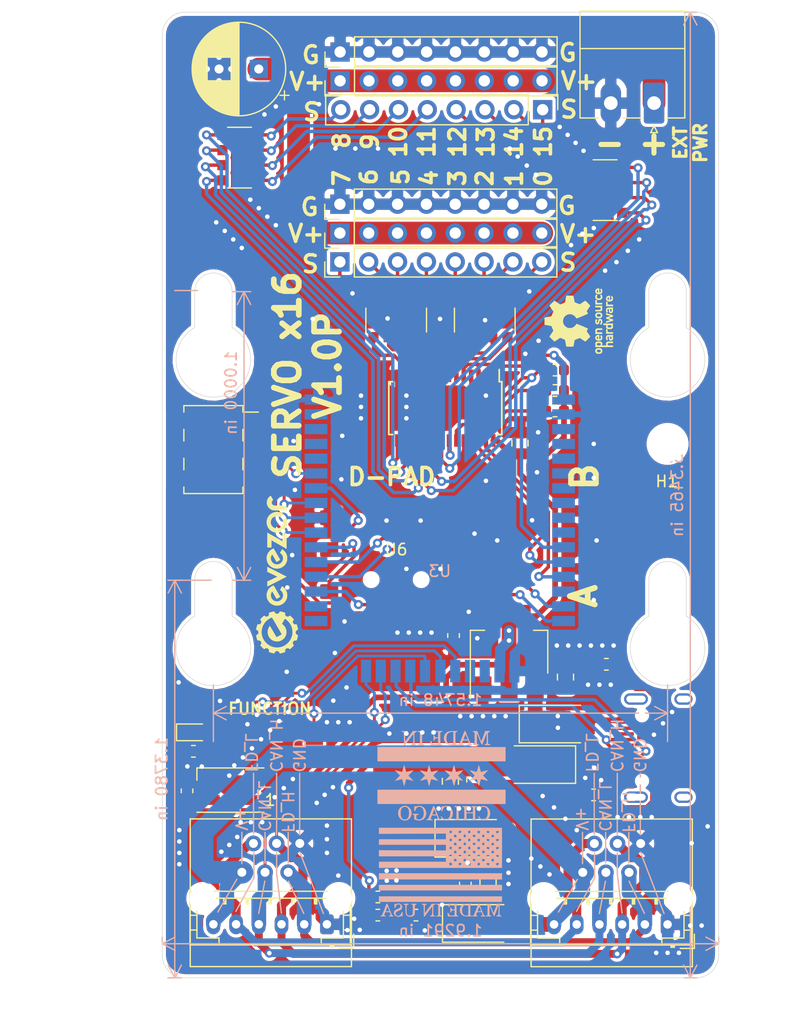
<source format=kicad_pcb>
(kicad_pcb (version 20171130) (host pcbnew "(5.1.5)-3")
  (layers (0 F.Cu signal) (31 B.Cu signal) (34 B.Paste user) (35 F.Paste user) (36 B.SilkS user) (37 F.SilkS user) (38 B.Mask user) (39 F.Mask user) (44 Edge.Cuts user))
  (net 0 "")
  (net 1 "Net-(C1-Pad2)")
  (net 2 "Net-(C1-Pad1)")
  (net 3 "Net-(C2-Pad2)")
  (net 4 GND)
  (net 5 /CAN_H)
  (net 6 /CAN_L)
  (net 7 +3V3)
  (net 8 /FD_H)
  (net 9 /FD_L)
  (net 10 "Net-(D3-Pad1)")
  (net 11 /RESET)
  (net 12 "Net-(U3-Pad19)")
  (net 13 "Net-(U3-Pad28)")
  (net 14 "Net-(U3-Pad14)")
  (net 15 "Net-(U3-Pad10)")
  (net 16 "Net-(U3-Pad9)")
  (net 17 "Net-(U3-Pad8)")
  (net 18 "Net-(U3-Pad7)")
  (net 19 "Net-(U3-Pad6)")
  (net 20 "Net-(U3-Pad5)")
  (net 21 "Net-(U3-Pad29)")
  (net 22 /NEO_STATUS)
  (net 23 "Net-(U3-Pad3)")
  (net 24 "Net-(U3-Pad4)")
  (net 25 "Net-(J1-PadA8)")
  (net 26 "Net-(J1-PadB8)")
  (net 27 "Net-(C3-Pad1)")
  (net 28 /BOOT)
  (net 29 /D+)
  (net 30 /CC2)
  (net 31 /D-)
  (net 32 /CC1)
  (net 33 /VREG_OUT)
  (net 34 /USB_VCC)
  (net 35 /FUNCTION_BUTTON)
  (net 36 "Net-(C8-Pad1)")
  (net 37 /HBT_LED)
  (net 38 "Net-(D6-Pad1)")
  (net 39 VBUS)
  (net 40 /OUTPUT_8)
  (net 41 /OUTPUT_9)
  (net 42 /OUTPUT_10)
  (net 43 /OUTPUT_11)
  (net 44 /OUTPUT_12)
  (net 45 /OUTPUT_13)
  (net 46 /OUTPUT_14)
  (net 47 /OUTPUT_15)
  (net 48 /OUTPUT_0)
  (net 49 /OUTPUT_1)
  (net 50 /OUTPUT_2)
  (net 51 /OUTPUT_3)
  (net 52 /OUTPUT_4)
  (net 53 /OUTPUT_5)
  (net 54 /OUTPUT_6)
  (net 55 /OUTPUT_7)
  (net 56 /OE)
  (net 57 /SDA)
  (net 58 /SCL)
  (net 59 "Net-(RN3-Pad3)")
  (net 60 "Net-(RN3-Pad2)")
  (net 61 "Net-(RN3-Pad4)")
  (net 62 "Net-(RN3-Pad1)")
  (net 63 "Net-(RN4-Pad3)")
  (net 64 "Net-(RN4-Pad2)")
  (net 65 "Net-(RN4-Pad4)")
  (net 66 "Net-(RN4-Pad1)")
  (net 67 "Net-(RN1-Pad6)")
  (net 68 "Net-(RN1-Pad5)")
  (net 69 "Net-(RN1-Pad8)")
  (net 70 "Net-(RN1-Pad7)")
  (net 71 "Net-(RN2-Pad6)")
  (net 72 "Net-(RN2-Pad5)")
  (net 73 "Net-(RN2-Pad8)")
  (net 74 "Net-(RN2-Pad7)")
  (net 75 "Net-(C12-Pad1)")
  (net 76 /BUTTON_A)
  (net 77 /BUTTON_B)
  (net 78 /DOWN)
  (net 79 /PUSH)
  (net 80 /UP)
  (net 81 /RIGHT)
  (net 82 /LEFT)
  (net 83 "Net-(U3-Pad42)")
  (net 84 "Net-(U3-Pad41)")
  (net 85 "Net-(U3-Pad40)")
  (net 86 "Net-(U3-Pad39)")
  (net 87 "Net-(U3-Pad20)")
  (net 88 /SLEEVE_SCL)
  (net 89 /SLEEVE_SDA)
  (module Evezor_extras:OLED_HEADER (layer F.Cu) (at 105 104.5)
    (fp_text reference J6)
    (fp_text value Conn_02x03_Odd_Even)
    (pad 6 smd rect (at -2.52 2.54) (size 3 1) (layers F.Cu F.Paste F.Mask) (net 7 +3V3))
    (pad 5 smd rect (at 2.52 2.54) (size 3 1) (layers F.Cu F.Paste F.Mask) (net 88 /SLEEVE_SCL))
    (pad 4 smd rect (at -2.52 0) (size 3 1) (layers F.Cu F.Paste F.Mask) (net 89 /SLEEVE_SDA))
    (pad 3 smd rect (at 2.52 0) (size 3 1) (layers F.Cu F.Paste F.Mask) (net 28 /BOOT))
    (pad 2 smd rect (at -2.52 -2.54) (size 3 1) (layers F.Cu F.Paste F.Mask) (net 11 /RESET))
    (pad 1 smd rect (at 2.52 -2.54) (size 3 1) (layers F.Cu F.Paste F.Mask) (net 4 GND))
  )
  (module Evezor_extras:OLED_STANDOFF (layer F.Cu) (at 145 104)
    (fp_text reference H1 (at -0.0635 3.302) (layer F.SilkS))
    (fp_text value MountingHole)
    (pad "" np_thru_hole circle (at 0 0) (size 3.1 3.1) (drill 3.1) (layers *.Cu *.Mask))
  )
  (module Evezor_BUTTONS:SWITCH_5WAY_10x10 (layer F.Cu) (at 121.1 113.3)
    (fp_text reference U6 (at 0 0) (layer F.SilkS))
    (fp_text value SWITCH_5-WAY_TACTIL_10X10)
    (pad "" np_thru_hole circle (at 2.2 2.65) (size 0.9 0.9) (drill 0.9) (layers *.Cu *.Mask))
    (pad "" np_thru_hole circle (at -2.2 2.65) (size 0.9 0.9) (drill 0.9) (layers *.Cu *.Mask))
    (pad 6 smd roundrect (at 5.9 3.7) (size 1.6 1.3) (layers F.Cu F.Paste F.Mask) (roundrect_rratio 0.1) (net 78 /DOWN))
    (pad 3 smd roundrect (at -5.9 3.7) (size 1.6 1.3) (layers F.Cu F.Paste F.Mask) (roundrect_rratio 0.1) (net 79 /PUSH))
    (pad 4 smd roundrect (at 5.9 -2.8) (size 1.6 1.3) (layers F.Cu F.Paste F.Mask) (roundrect_rratio 0.1) (net 80 /UP))
    (pad 5 smd roundrect (at 5.9 0) (size 1.6 1.3) (layers F.Cu F.Paste F.Mask) (roundrect_rratio 0.1) (net 81 /RIGHT))
    (pad 2 smd roundrect (at -5.9 0) (size 1.6 1.3) (layers F.Cu F.Paste F.Mask) (roundrect_rratio 0.1) (net 82 /LEFT))
    (pad 1 smd roundrect (at -5.9 -2.8) (size 1.6 1.3) (layers F.Cu F.Paste F.Mask) (roundrect_rratio 0.1) (net 4 GND))
  )
  (module EvezorLIB:SWITCH_2x3_SMD_TACTILE_GREEN (layer F.Cu) (at 134.15 115)
    (fp_text reference SW3)
    (fp_text value SW_Push)
    (pad 2 smd rect (at 3.85 0) (size 1.5 1.2) (layers F.Cu F.Paste F.Mask) (net 4 GND))
    (pad 1 smd rect (at -3.85 0) (size 1.5 1.2) (layers F.Cu F.Paste F.Mask) (net 77 /BUTTON_B))
  )
  (module EvezorLIB:SWITCH_2x3_SMD_TACTILE_GREEN (layer F.Cu) (at 134.05 109.9)
    (fp_text reference SW2)
    (fp_text value SW_Push)
    (pad 2 smd rect (at 3.85 0) (size 1.5 1.2) (layers F.Cu F.Paste F.Mask) (net 4 GND))
    (pad 1 smd rect (at -3.85 0) (size 1.5 1.2) (layers F.Cu F.Paste F.Mask) (net 76 /BUTTON_A))
  )
  (module Package_SO:TSSOP-28_4.4x9.7mm_P0.65mm (layer F.Cu) (at 125.425 100.85 270)
    (fp_text reference U5)
    (fp_text value PCA9685PW)
    (pad 28 smd rect (at 2.85 -4.225 270) (size 1.1 0.4) (layers F.Cu F.Paste F.Mask) (net 7 +3V3))
    (pad 27 smd rect (at 2.85 -3.575 270) (size 1.1 0.4) (layers F.Cu F.Paste F.Mask) (net 57 /SDA))
    (pad 26 smd rect (at 2.85 -2.925 270) (size 1.1 0.4) (layers F.Cu F.Paste F.Mask) (net 58 /SCL))
    (pad 25 smd rect (at 2.85 -2.275 270) (size 1.1 0.4) (layers F.Cu F.Paste F.Mask) (net 4 GND))
    (pad 24 smd rect (at 2.85 -1.625 270) (size 1.1 0.4) (layers F.Cu F.Paste F.Mask) (net 4 GND))
    (pad 23 smd rect (at 2.85 -0.975 270) (size 1.1 0.4) (layers F.Cu F.Paste F.Mask) (net 56 /OE))
    (pad 22 smd rect (at 2.85 -0.325 270) (size 1.1 0.4) (layers F.Cu F.Paste F.Mask) (net 65 "Net-(RN4-Pad4)"))
    (pad 21 smd rect (at 2.85 0.325 270) (size 1.1 0.4) (layers F.Cu F.Paste F.Mask) (net 63 "Net-(RN4-Pad3)"))
    (pad 20 smd rect (at 2.85 0.975 270) (size 1.1 0.4) (layers F.Cu F.Paste F.Mask) (net 64 "Net-(RN4-Pad2)"))
    (pad 19 smd rect (at 2.85 1.625 270) (size 1.1 0.4) (layers F.Cu F.Paste F.Mask) (net 66 "Net-(RN4-Pad1)"))
    (pad 18 smd rect (at 2.85 2.275 270) (size 1.1 0.4) (layers F.Cu F.Paste F.Mask) (net 61 "Net-(RN3-Pad4)"))
    (pad 17 smd rect (at 2.85 2.925 270) (size 1.1 0.4) (layers F.Cu F.Paste F.Mask) (net 59 "Net-(RN3-Pad3)"))
    (pad 16 smd rect (at 2.85 3.575 270) (size 1.1 0.4) (layers F.Cu F.Paste F.Mask) (net 60 "Net-(RN3-Pad2)"))
    (pad 15 smd rect (at 2.85 4.225 270) (size 1.1 0.4) (layers F.Cu F.Paste F.Mask) (net 62 "Net-(RN3-Pad1)"))
    (pad 14 smd rect (at -2.85 4.225 270) (size 1.1 0.4) (layers F.Cu F.Paste F.Mask) (net 4 GND))
    (pad 13 smd rect (at -2.85 3.575 270) (size 1.1 0.4) (layers F.Cu F.Paste F.Mask) (net 72 "Net-(RN2-Pad5)"))
    (pad 12 smd rect (at -2.85 2.925 270) (size 1.1 0.4) (layers F.Cu F.Paste F.Mask) (net 71 "Net-(RN2-Pad6)"))
    (pad 11 smd rect (at -2.85 2.275 270) (size 1.1 0.4) (layers F.Cu F.Paste F.Mask) (net 74 "Net-(RN2-Pad7)"))
    (pad 10 smd rect (at -2.85 1.625 270) (size 1.1 0.4) (layers F.Cu F.Paste F.Mask) (net 73 "Net-(RN2-Pad8)"))
    (pad 9 smd rect (at -2.85 0.975 270) (size 1.1 0.4) (layers F.Cu F.Paste F.Mask) (net 68 "Net-(RN1-Pad5)"))
    (pad 8 smd rect (at -2.85 0.325 270) (size 1.1 0.4) (layers F.Cu F.Paste F.Mask) (net 67 "Net-(RN1-Pad6)"))
    (pad 7 smd rect (at -2.85 -0.325 270) (size 1.1 0.4) (layers F.Cu F.Paste F.Mask) (net 70 "Net-(RN1-Pad7)"))
    (pad 6 smd rect (at -2.85 -0.975 270) (size 1.1 0.4) (layers F.Cu F.Paste F.Mask) (net 69 "Net-(RN1-Pad8)"))
    (pad 5 smd rect (at -2.85 -1.625 270) (size 1.1 0.4) (layers F.Cu F.Paste F.Mask) (net 7 +3V3))
    (pad 4 smd rect (at -2.85 -2.275 270) (size 1.1 0.4) (layers F.Cu F.Paste F.Mask) (net 4 GND))
    (pad 3 smd rect (at -2.85 -2.925 270) (size 1.1 0.4) (layers F.Cu F.Paste F.Mask) (net 7 +3V3))
    (pad 2 smd rect (at -2.85 -3.575 270) (size 1.1 0.4) (layers F.Cu F.Paste F.Mask) (net 4 GND))
    (pad 1 smd rect (at -2.85 -4.225 270) (size 1.1 0.4) (layers F.Cu F.Paste F.Mask) (net 7 +3V3))
  )
  (module EvezorLIB:EDGE_STAMP (layer B.Cu) (at 124.94 123.6 180)
    (fp_text reference U3 (at 0 8.4) (layer B.SilkS) (effects (justify mirror)))
    (fp_text value EDGE_STM32F405_CPU_V1)
    (pad 43 smd rect (at 10.9 23.5 90) (size 0.9 2) (layers B.Cu B.Paste B.Mask) (net 4 GND))
    (pad 42 smd rect (at 10.9 22.2 90) (size 0.9 2) (layers B.Cu B.Paste B.Mask) (net 83 "Net-(U3-Pad42)"))
    (pad 41 smd rect (at 10.9 20.9 90) (size 0.9 2) (layers B.Cu B.Paste B.Mask) (net 84 "Net-(U3-Pad41)"))
    (pad 40 smd rect (at 10.9 19.6 90) (size 0.9 2) (layers B.Cu B.Paste B.Mask) (net 85 "Net-(U3-Pad40)"))
    (pad 39 smd rect (at 10.9 18.3 90) (size 0.9 2) (layers B.Cu B.Paste B.Mask) (net 86 "Net-(U3-Pad39)"))
    (pad 38 smd rect (at 10.9 17 90) (size 0.9 2) (layers B.Cu B.Paste B.Mask) (net 11 /RESET))
    (pad 37 smd rect (at 10.9 15.7 90) (size 0.9 2) (layers B.Cu B.Paste B.Mask) (net 82 /LEFT))
    (pad 36 smd rect (at 10.9 14.4 90) (size 0.9 2) (layers B.Cu B.Paste B.Mask) (net 28 /BOOT))
    (pad 35 smd rect (at 10.9 13.1 90) (size 0.9 2) (layers B.Cu B.Paste B.Mask) (net 89 /SLEEVE_SDA))
    (pad 34 smd rect (at 10.9 11.8 90) (size 0.9 2) (layers B.Cu B.Paste B.Mask) (net 88 /SLEEVE_SCL))
    (pad 33 smd rect (at 10.9 10.5 90) (size 0.9 2) (layers B.Cu B.Paste B.Mask) (net 79 /PUSH))
    (pad 32 smd rect (at 10.9 9.2 90) (size 0.9 2) (layers B.Cu B.Paste B.Mask) (net 80 /UP))
    (pad 31 smd rect (at 10.9 7.9 90) (size 0.9 2) (layers B.Cu B.Paste B.Mask) (net 81 /RIGHT))
    (pad 30 smd rect (at 10.9 6.6 90) (size 0.9 2) (layers B.Cu B.Paste B.Mask) (net 78 /DOWN))
    (pad 29 smd rect (at 10.9 5.3 90) (size 0.9 2) (layers B.Cu B.Paste B.Mask) (net 21 "Net-(U3-Pad29)"))
    (pad 1 smd rect (at -10.9 23.5 90) (size 0.9 2) (layers B.Cu B.Paste B.Mask) (net 7 +3V3))
    (pad 2 smd rect (at -10.9 22.2 90) (size 0.9 2) (layers B.Cu B.Paste B.Mask) (net 4 GND))
    (pad 3 smd rect (at -10.9 20.9 90) (size 0.9 2) (layers B.Cu B.Paste B.Mask) (net 23 "Net-(U3-Pad3)"))
    (pad 4 smd rect (at -10.9 19.6 90) (size 0.9 2) (layers B.Cu B.Paste B.Mask) (net 24 "Net-(U3-Pad4)"))
    (pad 5 smd rect (at -10.9 18.3 90) (size 0.9 2) (layers B.Cu B.Paste B.Mask) (net 20 "Net-(U3-Pad5)"))
    (pad 6 smd rect (at -10.9 17 90) (size 0.9 2) (layers B.Cu B.Paste B.Mask) (net 19 "Net-(U3-Pad6)"))
    (pad 7 smd rect (at -10.9 15.7 90) (size 0.9 2) (layers B.Cu B.Paste B.Mask) (net 18 "Net-(U3-Pad7)"))
    (pad 8 smd rect (at -10.9 14.4 90) (size 0.9 2) (layers B.Cu B.Paste B.Mask) (net 17 "Net-(U3-Pad8)"))
    (pad 9 smd rect (at -10.9 13.1 90) (size 0.9 2) (layers B.Cu B.Paste B.Mask) (net 16 "Net-(U3-Pad9)"))
    (pad 10 smd rect (at -10.9 11.8 90) (size 0.9 2) (layers B.Cu B.Paste B.Mask) (net 15 "Net-(U3-Pad10)"))
    (pad 11 smd rect (at -10.9 10.5 90) (size 0.9 2) (layers B.Cu B.Paste B.Mask) (net 56 /OE))
    (pad 12 smd rect (at -10.9 9.2 90) (size 0.9 2) (layers B.Cu B.Paste B.Mask) (net 58 /SCL))
    (pad 13 smd rect (at -10.9 7.9 90) (size 0.9 2) (layers B.Cu B.Paste B.Mask) (net 57 /SDA))
    (pad 14 smd rect (at -10.9 6.6 90) (size 0.9 2) (layers B.Cu B.Paste B.Mask) (net 14 "Net-(U3-Pad14)"))
    (pad 15 smd rect (at -10.9 5.3 90) (size 0.9 2) (layers B.Cu B.Paste B.Mask) (net 77 /BUTTON_B))
    (pad 28 smd rect (at 10.9 4 90) (size 0.9 2) (layers B.Cu B.Paste B.Mask) (net 13 "Net-(U3-Pad28)"))
    (pad 16 smd rect (at -10.9 4 90) (size 0.9 2) (layers B.Cu B.Paste B.Mask) (net 76 /BUTTON_A))
    (pad 27 smd rect (at 6.5 -0.4) (size 0.9 2) (layers B.Cu B.Paste B.Mask) (net 6 /CAN_L))
    (pad 26 smd rect (at 5.2 -0.4) (size 0.9 2) (layers B.Cu B.Paste B.Mask) (net 5 /CAN_H))
    (pad 25 smd rect (at 3.9 -0.4) (size 0.9 2) (layers B.Cu B.Paste B.Mask) (net 29 /D+))
    (pad 24 smd rect (at 2.6 -0.4) (size 0.9 2) (layers B.Cu B.Paste B.Mask) (net 31 /D-))
    (pad 23 smd rect (at 1.3 -0.4) (size 0.9 2) (layers B.Cu B.Paste B.Mask) (net 35 /FUNCTION_BUTTON))
    (pad 22 smd rect (at -0.06 -0.4) (size 0.9 2) (layers B.Cu B.Paste B.Mask) (net 37 /HBT_LED))
    (pad 21 smd rect (at -1.36 -0.4) (size 0.9 2) (layers B.Cu B.Paste B.Mask) (net 22 /NEO_STATUS))
    (pad 20 smd rect (at -2.66 -0.4) (size 0.9 2) (layers B.Cu B.Paste B.Mask) (net 87 "Net-(U3-Pad20)"))
    (pad 19 smd rect (at -3.96 -0.4) (size 0.9 2) (layers B.Cu B.Paste B.Mask) (net 12 "Net-(U3-Pad19)"))
    (pad 18 smd rect (at -5.26 -0.4) (size 0.9 2) (layers B.Cu B.Paste B.Mask) (net 7 +3V3))
    (pad 17 smd rect (at -6.56 -0.4) (size 0.9 2) (layers B.Cu B.Paste B.Mask) (net 4 GND))
  )
  (module Resistor_SMD:R_Array_Convex_4x1206 (layer F.Cu) (at 139.5 81.66 180)
    (fp_text reference RN4)
    (fp_text value 220x4)
    (pad 6 smd rect (at 1.5 0.66 180) (size 0.9 0.9) (layers F.Cu F.Paste F.Mask) (net 46 /OUTPUT_14))
    (pad 5 smd rect (at 1.5 2 180) (size 0.9 0.9) (layers F.Cu F.Paste F.Mask) (net 47 /OUTPUT_15))
    (pad 8 smd rect (at 1.5 -2 180) (size 0.9 0.9) (layers F.Cu F.Paste F.Mask) (net 44 /OUTPUT_12))
    (pad 7 smd rect (at 1.5 -0.66 180) (size 0.9 0.9) (layers F.Cu F.Paste F.Mask) (net 45 /OUTPUT_13))
    (pad 3 smd rect (at -1.5 0.66 180) (size 0.9 0.9) (layers F.Cu F.Paste F.Mask) (net 63 "Net-(RN4-Pad3)"))
    (pad 2 smd rect (at -1.5 -0.66 180) (size 0.9 0.9) (layers F.Cu F.Paste F.Mask) (net 64 "Net-(RN4-Pad2)"))
    (pad 4 smd rect (at -1.5 2 180) (size 0.9 0.9) (layers F.Cu F.Paste F.Mask) (net 65 "Net-(RN4-Pad4)"))
    (pad 1 smd rect (at -1.5 -2 180) (size 0.9 0.9) (layers F.Cu F.Paste F.Mask) (net 66 "Net-(RN4-Pad1)"))
  )
  (module Resistor_SMD:R_Array_Convex_4x1206 (layer F.Cu) (at 107.3 78.8)
    (fp_text reference RN3)
    (fp_text value R_Pack04)
    (pad 6 smd rect (at 1.5 0.66) (size 0.9 0.9) (layers F.Cu F.Paste F.Mask) (net 42 /OUTPUT_10))
    (pad 5 smd rect (at 1.5 2) (size 0.9 0.9) (layers F.Cu F.Paste F.Mask) (net 43 /OUTPUT_11))
    (pad 8 smd rect (at 1.5 -2) (size 0.9 0.9) (layers F.Cu F.Paste F.Mask) (net 40 /OUTPUT_8))
    (pad 7 smd rect (at 1.5 -0.66) (size 0.9 0.9) (layers F.Cu F.Paste F.Mask) (net 41 /OUTPUT_9))
    (pad 3 smd rect (at -1.5 0.66) (size 0.9 0.9) (layers F.Cu F.Paste F.Mask) (net 59 "Net-(RN3-Pad3)"))
    (pad 2 smd rect (at -1.5 -0.66) (size 0.9 0.9) (layers F.Cu F.Paste F.Mask) (net 60 "Net-(RN3-Pad2)"))
    (pad 4 smd rect (at -1.5 2) (size 0.9 0.9) (layers F.Cu F.Paste F.Mask) (net 61 "Net-(RN3-Pad4)"))
    (pad 1 smd rect (at -1.5 -2) (size 0.9 0.9) (layers F.Cu F.Paste F.Mask) (net 62 "Net-(RN3-Pad1)"))
  )
  (module Resistor_SMD:R_Array_Convex_4x1206 (layer F.Cu) (at 121.1 93.1 270)
    (fp_text reference RN2)
    (fp_text value R_Pack04)
    (pad 6 smd rect (at 1.5 0.66 270) (size 0.9 0.9) (layers F.Cu F.Paste F.Mask) (net 71 "Net-(RN2-Pad6)"))
    (pad 5 smd rect (at 1.5 2 270) (size 0.9 0.9) (layers F.Cu F.Paste F.Mask) (net 72 "Net-(RN2-Pad5)"))
    (pad 8 smd rect (at 1.5 -2 270) (size 0.9 0.9) (layers F.Cu F.Paste F.Mask) (net 73 "Net-(RN2-Pad8)"))
    (pad 7 smd rect (at 1.5 -0.66 270) (size 0.9 0.9) (layers F.Cu F.Paste F.Mask) (net 74 "Net-(RN2-Pad7)"))
    (pad 3 smd rect (at -1.5 0.66 270) (size 0.9 0.9) (layers F.Cu F.Paste F.Mask) (net 54 /OUTPUT_6))
    (pad 2 smd rect (at -1.5 -0.66 270) (size 0.9 0.9) (layers F.Cu F.Paste F.Mask) (net 53 /OUTPUT_5))
    (pad 4 smd rect (at -1.5 2 270) (size 0.9 0.9) (layers F.Cu F.Paste F.Mask) (net 55 /OUTPUT_7))
    (pad 1 smd rect (at -1.5 -2 270) (size 0.9 0.9) (layers F.Cu F.Paste F.Mask) (net 52 /OUTPUT_4))
  )
  (module Resistor_SMD:R_Array_Convex_4x1206 (layer F.Cu) (at 128.9 93.1 270)
    (fp_text reference RN1)
    (fp_text value R_Pack04)
    (pad 6 smd rect (at 1.5 0.66 270) (size 0.9 0.9) (layers F.Cu F.Paste F.Mask) (net 67 "Net-(RN1-Pad6)"))
    (pad 5 smd rect (at 1.5 2 270) (size 0.9 0.9) (layers F.Cu F.Paste F.Mask) (net 68 "Net-(RN1-Pad5)"))
    (pad 8 smd rect (at 1.5 -2 270) (size 0.9 0.9) (layers F.Cu F.Paste F.Mask) (net 69 "Net-(RN1-Pad8)"))
    (pad 7 smd rect (at 1.5 -0.66 270) (size 0.9 0.9) (layers F.Cu F.Paste F.Mask) (net 70 "Net-(RN1-Pad7)"))
    (pad 3 smd rect (at -1.5 0.66 270) (size 0.9 0.9) (layers F.Cu F.Paste F.Mask) (net 50 /OUTPUT_2))
    (pad 2 smd rect (at -1.5 -0.66 270) (size 0.9 0.9) (layers F.Cu F.Paste F.Mask) (net 49 /OUTPUT_1))
    (pad 4 smd rect (at -1.5 2 270) (size 0.9 0.9) (layers F.Cu F.Paste F.Mask) (net 51 /OUTPUT_3))
    (pad 1 smd rect (at -1.5 -2 270) (size 0.9 0.9) (layers F.Cu F.Paste F.Mask) (net 48 /OUTPUT_0))
  )
  (module Resistor_SMD:R_0603_1608Metric (layer F.Cu) (at 135.0875 99.3 180)
    (fp_text reference R10)
    (fp_text value 4.7k)
    (pad 2 smd roundrect (at 0.7875 0 180) (size 0.875 0.95) (layers F.Cu F.Paste F.Mask) (net 58 /SCL))
    (pad 1 smd roundrect (at -0.7875 0 180) (size 0.875 0.95) (layers F.Cu F.Paste F.Mask) (net 7 +3V3))
  )
  (module Resistor_SMD:R_0603_1608Metric (layer F.Cu) (at 135.0875 101.1 180)
    (fp_text reference R9)
    (fp_text value 4.7k)
    (pad 2 smd roundrect (at 0.7875 0 180) (size 0.875 0.95) (layers F.Cu F.Paste F.Mask) (net 57 /SDA))
    (pad 1 smd roundrect (at -0.7875 0 180) (size 0.875 0.95) (layers F.Cu F.Paste F.Mask) (net 7 +3V3))
  )
  (module Resistor_SMD:R_0603_1608Metric (layer F.Cu) (at 135.0875 97.5 180)
    (fp_text reference R8)
    (fp_text value 10k)
    (pad 2 smd roundrect (at 0.7875 0 180) (size 0.875 0.95) (layers F.Cu F.Paste F.Mask) (net 56 /OE))
    (pad 1 smd roundrect (at -0.7875 0 180) (size 0.875 0.95) (layers F.Cu F.Paste F.Mask) (net 7 +3V3))
  )
  (module Capacitor_SMD:C_0805_2012Metric (layer F.Cu) (at 132 103.9375 90)
    (fp_text reference C11)
    (fp_text value 10uF)
    (pad 2 smd roundrect (at 0.9375 0 90) (size 0.975 1.4) (layers F.Cu F.Paste F.Mask) (net 4 GND))
    (pad 1 smd roundrect (at -0.9375 0 90) (size 0.975 1.4) (layers F.Cu F.Paste F.Mask) (net 7 +3V3))
  )
  (module Connector_PinHeader_2.54mm:PinHeader_1x08_P2.54mm_Vertical (layer F.Cu) (at 116.14 85.44 90)
    (fp_text reference J13)
    (fp_text value Conn_01x08)
    (pad 8 thru_hole oval (at 0 17.78 90) (size 1.7 1.7) (drill 1) (layers *.Cu *.Mask) (net 75 "Net-(C12-Pad1)"))
    (pad 7 thru_hole oval (at 0 15.24 90) (size 1.7 1.7) (drill 1) (layers *.Cu *.Mask) (net 75 "Net-(C12-Pad1)"))
    (pad 6 thru_hole oval (at 0 12.7 90) (size 1.7 1.7) (drill 1) (layers *.Cu *.Mask) (net 75 "Net-(C12-Pad1)"))
    (pad 5 thru_hole oval (at 0 10.16 90) (size 1.7 1.7) (drill 1) (layers *.Cu *.Mask) (net 75 "Net-(C12-Pad1)"))
    (pad 4 thru_hole oval (at 0 7.62 90) (size 1.7 1.7) (drill 1) (layers *.Cu *.Mask) (net 75 "Net-(C12-Pad1)"))
    (pad 3 thru_hole oval (at 0 5.08 90) (size 1.7 1.7) (drill 1) (layers *.Cu *.Mask) (net 75 "Net-(C12-Pad1)"))
    (pad 2 thru_hole oval (at 0 2.54 90) (size 1.7 1.7) (drill 1) (layers *.Cu *.Mask) (net 75 "Net-(C12-Pad1)"))
    (pad 1 thru_hole rect (at 0 0 90) (size 1.7 1.7) (drill 1) (layers *.Cu *.Mask) (net 75 "Net-(C12-Pad1)"))
  )
  (module Connector_PinHeader_2.54mm:PinHeader_1x08_P2.54mm_Vertical (layer F.Cu) (at 116.14 87.98 90)
    (fp_text reference J12)
    (fp_text value Conn_01x08)
    (pad 8 thru_hole oval (at 0 17.78 90) (size 1.7 1.7) (drill 1) (layers *.Cu *.Mask) (net 48 /OUTPUT_0))
    (pad 7 thru_hole oval (at 0 15.24 90) (size 1.7 1.7) (drill 1) (layers *.Cu *.Mask) (net 49 /OUTPUT_1))
    (pad 6 thru_hole oval (at 0 12.7 90) (size 1.7 1.7) (drill 1) (layers *.Cu *.Mask) (net 50 /OUTPUT_2))
    (pad 5 thru_hole oval (at 0 10.16 90) (size 1.7 1.7) (drill 1) (layers *.Cu *.Mask) (net 51 /OUTPUT_3))
    (pad 4 thru_hole oval (at 0 7.62 90) (size 1.7 1.7) (drill 1) (layers *.Cu *.Mask) (net 52 /OUTPUT_4))
    (pad 3 thru_hole oval (at 0 5.08 90) (size 1.7 1.7) (drill 1) (layers *.Cu *.Mask) (net 53 /OUTPUT_5))
    (pad 2 thru_hole oval (at 0 2.54 90) (size 1.7 1.7) (drill 1) (layers *.Cu *.Mask) (net 54 /OUTPUT_6))
    (pad 1 thru_hole rect (at 0 0 90) (size 1.7 1.7) (drill 1) (layers *.Cu *.Mask) (net 55 /OUTPUT_7))
  )
  (module Connector_PinHeader_2.54mm:PinHeader_1x08_P2.54mm_Vertical (layer F.Cu) (at 116.14 82.9 90)
    (fp_text reference J11)
    (fp_text value Conn_01x08)
    (pad 8 thru_hole oval (at 0 17.78 90) (size 1.7 1.7) (drill 1) (layers *.Cu *.Mask) (net 4 GND))
    (pad 7 thru_hole oval (at 0 15.24 90) (size 1.7 1.7) (drill 1) (layers *.Cu *.Mask) (net 4 GND))
    (pad 6 thru_hole oval (at 0 12.7 90) (size 1.7 1.7) (drill 1) (layers *.Cu *.Mask) (net 4 GND))
    (pad 5 thru_hole oval (at 0 10.16 90) (size 1.7 1.7) (drill 1) (layers *.Cu *.Mask) (net 4 GND))
    (pad 4 thru_hole oval (at 0 7.62 90) (size 1.7 1.7) (drill 1) (layers *.Cu *.Mask) (net 4 GND))
    (pad 3 thru_hole oval (at 0 5.08 90) (size 1.7 1.7) (drill 1) (layers *.Cu *.Mask) (net 4 GND))
    (pad 2 thru_hole oval (at 0 2.54 90) (size 1.7 1.7) (drill 1) (layers *.Cu *.Mask) (net 4 GND))
    (pad 1 thru_hole rect (at 0 0 90) (size 1.7 1.7) (drill 1) (layers *.Cu *.Mask) (net 4 GND))
  )
  (module Connector_PinHeader_2.54mm:PinHeader_1x08_P2.54mm_Vertical (layer F.Cu) (at 116.16 72.04 90)
    (fp_text reference J10)
    (fp_text value Conn_01x08)
    (pad 8 thru_hole oval (at 0 17.78 90) (size 1.7 1.7) (drill 1) (layers *.Cu *.Mask) (net 75 "Net-(C12-Pad1)"))
    (pad 7 thru_hole oval (at 0 15.24 90) (size 1.7 1.7) (drill 1) (layers *.Cu *.Mask) (net 75 "Net-(C12-Pad1)"))
    (pad 6 thru_hole oval (at 0 12.7 90) (size 1.7 1.7) (drill 1) (layers *.Cu *.Mask) (net 75 "Net-(C12-Pad1)"))
    (pad 5 thru_hole oval (at 0 10.16 90) (size 1.7 1.7) (drill 1) (layers *.Cu *.Mask) (net 75 "Net-(C12-Pad1)"))
    (pad 4 thru_hole oval (at 0 7.62 90) (size 1.7 1.7) (drill 1) (layers *.Cu *.Mask) (net 75 "Net-(C12-Pad1)"))
    (pad 3 thru_hole oval (at 0 5.08 90) (size 1.7 1.7) (drill 1) (layers *.Cu *.Mask) (net 75 "Net-(C12-Pad1)"))
    (pad 2 thru_hole oval (at 0 2.54 90) (size 1.7 1.7) (drill 1) (layers *.Cu *.Mask) (net 75 "Net-(C12-Pad1)"))
    (pad 1 thru_hole rect (at 0 0 90) (size 1.7 1.7) (drill 1) (layers *.Cu *.Mask) (net 75 "Net-(C12-Pad1)"))
  )
  (module Connector_PinHeader_2.54mm:PinHeader_1x08_P2.54mm_Vertical (layer F.Cu) (at 116.16 69.5 90)
    (fp_text reference J9)
    (fp_text value Conn_01x08)
    (pad 8 thru_hole oval (at 0 17.78 90) (size 1.7 1.7) (drill 1) (layers *.Cu *.Mask) (net 4 GND))
    (pad 7 thru_hole oval (at 0 15.24 90) (size 1.7 1.7) (drill 1) (layers *.Cu *.Mask) (net 4 GND))
    (pad 6 thru_hole oval (at 0 12.7 90) (size 1.7 1.7) (drill 1) (layers *.Cu *.Mask) (net 4 GND))
    (pad 5 thru_hole oval (at 0 10.16 90) (size 1.7 1.7) (drill 1) (layers *.Cu *.Mask) (net 4 GND))
    (pad 4 thru_hole oval (at 0 7.62 90) (size 1.7 1.7) (drill 1) (layers *.Cu *.Mask) (net 4 GND))
    (pad 3 thru_hole oval (at 0 5.08 90) (size 1.7 1.7) (drill 1) (layers *.Cu *.Mask) (net 4 GND))
    (pad 2 thru_hole oval (at 0 2.54 90) (size 1.7 1.7) (drill 1) (layers *.Cu *.Mask) (net 4 GND))
    (pad 1 thru_hole rect (at 0 0 90) (size 1.7 1.7) (drill 1) (layers *.Cu *.Mask) (net 4 GND))
  )
  (module Connector_PinHeader_2.54mm:PinHeader_1x08_P2.54mm_Vertical (layer F.Cu) (at 134 74.58 270)
    (fp_text reference J8)
    (fp_text value Conn_01x08)
    (pad 8 thru_hole oval (at 0 17.78 270) (size 1.7 1.7) (drill 1) (layers *.Cu *.Mask) (net 40 /OUTPUT_8))
    (pad 7 thru_hole oval (at 0 15.24 270) (size 1.7 1.7) (drill 1) (layers *.Cu *.Mask) (net 41 /OUTPUT_9))
    (pad 6 thru_hole oval (at 0 12.7 270) (size 1.7 1.7) (drill 1) (layers *.Cu *.Mask) (net 42 /OUTPUT_10))
    (pad 5 thru_hole oval (at 0 10.16 270) (size 1.7 1.7) (drill 1) (layers *.Cu *.Mask) (net 43 /OUTPUT_11))
    (pad 4 thru_hole oval (at 0 7.62 270) (size 1.7 1.7) (drill 1) (layers *.Cu *.Mask) (net 44 /OUTPUT_12))
    (pad 3 thru_hole oval (at 0 5.08 270) (size 1.7 1.7) (drill 1) (layers *.Cu *.Mask) (net 45 /OUTPUT_13))
    (pad 2 thru_hole oval (at 0 2.54 270) (size 1.7 1.7) (drill 1) (layers *.Cu *.Mask) (net 46 /OUTPUT_14))
    (pad 1 thru_hole rect (at 0 0 270) (size 1.7 1.7) (drill 1) (layers *.Cu *.Mask) (net 47 /OUTPUT_15))
  )
  (module Connector_Phoenix_MC:PhoenixContact_MC_1,5_2-G-3.81_1x02_P3.81mm_Horizontal (layer F.Cu) (at 143.81 74 180)
    (fp_text reference J7)
    (fp_text value Conn_01x02)
    (pad 2 thru_hole oval (at 3.81 0 180) (size 1.8 3.6) (drill 1.2) (layers *.Cu *.Mask) (net 4 GND))
    (pad 1 thru_hole roundrect (at 0 0 180) (size 1.8 3.6) (drill 1.2) (layers *.Cu *.Mask) (roundrect_rratio 0.138889) (net 75 "Net-(C12-Pad1)"))
  )
  (module Capacitor_THT:CP_Radial_D8.0mm_P3.50mm (layer F.Cu) (at 109 71 180)
    (fp_text reference C12)
    (fp_text value CP)
    (pad 2 thru_hole circle (at 3.5 0 180) (size 1.6 1.6) (drill 0.8) (layers *.Cu *.Mask) (net 4 GND))
    (pad 1 thru_hole rect (at 0 0 180) (size 1.6 1.6) (drill 0.8) (layers *.Cu *.Mask) (net 75 "Net-(C12-Pad1)"))
  )
  (module Symbol:OSHW-Logo_5.7x6mm_SilkScreen (layer F.Cu) (at 137.18 93.2 90)
    (fp_text reference REF** hide)
    (fp_text value OSHW-Logo_5.7x6mm_SilkScreen hide)
  )
  (module Evezor_extras:MADE_IN_CHICAGO (layer B.Cu) (at 125.1 133.2 180)
    (fp_text reference G*** hide)
    (fp_text value LOGO hide)
  )
  (module "Evezor_extras:MADE IN USA" (layer B.Cu) (at 125 141.7 180)
    (fp_text reference G*** hide)
    (fp_text value LOGO hide)
  )
  (module EvezorLIB:LOGO_37 (layer F.Cu) (at 110.6 120.6 90)
    (fp_text reference G*** hide)
    (fp_text value LOGO hide)
  )
  (module EvezorLIB:evezor_18 (layer F.Cu) (at 110.6 113.4 90)
    (fp_text reference G*** hide)
    (fp_text value LOGO hide)
  )
  (module LED_SMD:LED_SK6812MINI_PLCC4_3.5x3.5mm_P1.75mm (layer F.Cu) (at 106.5 134.475 180)
    (fp_text reference D6)
    (fp_text value SK6812MINI)
    (fp_text user 1 (at -3.5 -0.875) (layer F.SilkS))
    (pad 1 smd rect (at -1.75 -0.875 180) (size 1.6 0.85) (layers F.Cu F.Paste F.Mask) (net 38 "Net-(D6-Pad1)"))
    (pad 2 smd rect (at -1.75 0.875 180) (size 1.6 0.85) (layers F.Cu F.Paste F.Mask) (net 4 GND))
    (pad 4 smd rect (at 1.75 -0.875 180) (size 1.6 0.85) (layers F.Cu F.Paste F.Mask) (net 7 +3V3))
    (pad 3 smd rect (at 1.75 0.875 180) (size 1.6 0.85) (layers F.Cu F.Paste F.Mask) (net 22 /NEO_STATUS))
  )
  (module EvezorLIB:USB_C_Receptacle_HRO_TYPE-C-31-M-12 (layer F.Cu) (at 145.35 130.78 90)
    (fp_text reference J1)
    (fp_text value USB_C_Receptacle_USB2.0)
    (pad B1 smd rect (at 3.25 -4.045 90) (size 0.6 1.45) (layers F.Cu F.Paste F.Mask) (net 4 GND))
    (pad A9 smd rect (at 2.45 -4.045 90) (size 0.6 1.45) (layers F.Cu F.Paste F.Mask) (net 34 /USB_VCC))
    (pad B9 smd rect (at -2.45 -4.045 90) (size 0.6 1.45) (layers F.Cu F.Paste F.Mask) (net 34 /USB_VCC))
    (pad B12 smd rect (at -3.25 -4.045 90) (size 0.6 1.45) (layers F.Cu F.Paste F.Mask) (net 4 GND))
    (pad A1 smd rect (at -3.25 -4.045 90) (size 0.6 1.45) (layers F.Cu F.Paste F.Mask) (net 4 GND))
    (pad A4 smd rect (at -2.45 -4.045 90) (size 0.6 1.45) (layers F.Cu F.Paste F.Mask) (net 34 /USB_VCC))
    (pad B4 smd rect (at 2.45 -4.045 90) (size 0.6 1.45) (layers F.Cu F.Paste F.Mask) (net 34 /USB_VCC))
    (pad A12 smd rect (at 3.25 -4.045 90) (size 0.6 1.45) (layers F.Cu F.Paste F.Mask) (net 4 GND))
    (pad B8 smd rect (at -1.75 -4.045 90) (size 0.3 1.45) (layers F.Cu F.Paste F.Mask) (net 26 "Net-(J1-PadB8)"))
    (pad A5 smd rect (at -1.25 -4.045 90) (size 0.3 1.45) (layers F.Cu F.Paste F.Mask) (net 32 /CC1))
    (pad B7 smd rect (at -0.75 -4.045 90) (size 0.3 1.45) (layers F.Cu F.Paste F.Mask) (net 31 /D-))
    (pad A7 smd rect (at 0.25 -4.045 90) (size 0.3 1.45) (layers F.Cu F.Paste F.Mask) (net 31 /D-))
    (pad B6 smd rect (at 0.75 -4.045 90) (size 0.3 1.45) (layers F.Cu F.Paste F.Mask) (net 29 /D+))
    (pad A8 smd rect (at 1.25 -4.045 90) (size 0.3 1.45) (layers F.Cu F.Paste F.Mask) (net 25 "Net-(J1-PadA8)"))
    (pad B5 smd rect (at 1.75 -4.045 90) (size 0.3 1.45) (layers F.Cu F.Paste F.Mask) (net 30 /CC2))
    (pad A6 smd rect (at -0.25 -4.045 90) (size 0.3 1.45) (layers F.Cu F.Paste F.Mask) (net 29 /D+))
    (pad "" thru_hole oval (at 4.32 -3.13 90) (size 1 2.1) (drill oval 0.6 1.7) (layers *.Cu *.Mask))
    (pad "" thru_hole oval (at -4.32 -3.13 90) (size 1 2.1) (drill oval 0.6 1.7) (layers *.Cu *.Mask))
    (pad "" np_thru_hole circle (at -2.89 -2.6 90) (size 0.65 0.65) (drill 0.65) (layers *.Cu *.Mask))
    (pad "" thru_hole oval (at -4.32 1.05 90) (size 1 1.6) (drill oval 0.6 1.2) (layers *.Cu *.Mask))
    (pad "" np_thru_hole circle (at 2.89 -2.6 90) (size 0.65 0.65) (drill 0.65) (layers *.Cu *.Mask))
    (pad "" thru_hole oval (at 4.32 1.05 90) (size 1 1.6) (drill oval 0.6 1.2) (layers *.Cu *.Mask))
  )
  (module Capacitor_SMD:C_0603_1608Metric (layer F.Cu) (at 102.68 134.5425 270)
    (fp_text reference C9)
    (fp_text value C_Small)
    (pad 2 smd roundrect (at 0.7875 0 270) (size 0.875 0.95) (layers F.Cu F.Paste F.Mask) (net 7 +3V3))
    (pad 1 smd roundrect (at -0.7875 0 270) (size 0.875 0.95) (layers F.Cu F.Paste F.Mask) (net 4 GND))
  )
  (module Connector_JST:JST_PH_B6B-PH-K_1x06_P2.00mm_Vertical (layer F.Cu) (at 115 146.29 180)
    (fp_text reference J5)
    (fp_text value PH)
    (pad 6 thru_hole oval (at 10 0 180) (size 1.2 1.75) (drill 0.75) (layers *.Cu *.Mask) (net 39 VBUS))
    (pad 5 thru_hole oval (at 8 0 180) (size 1.2 1.75) (drill 0.75) (layers *.Cu *.Mask) (net 9 /FD_L))
    (pad 4 thru_hole oval (at 6 0 180) (size 1.2 1.75) (drill 0.75) (layers *.Cu *.Mask) (net 6 /CAN_L))
    (pad 3 thru_hole oval (at 4 0 180) (size 1.2 1.75) (drill 0.75) (layers *.Cu *.Mask) (net 5 /CAN_H))
    (pad 2 thru_hole oval (at 2 0 180) (size 1.2 1.75) (drill 0.75) (layers *.Cu *.Mask) (net 8 /FD_H))
    (pad 1 thru_hole roundrect (at 0 0 180) (size 1.2 1.75) (drill 0.75) (layers *.Cu *.Mask) (roundrect_rratio 0.208333) (net 4 GND))
  )
  (module Capacitor_SMD:C_0603_1608Metric (layer F.Cu) (at 127.83 133.5975 270)
    (fp_text reference C5)
    (fp_text value .1uF)
    (pad 2 smd roundrect (at 0.7875 0 270) (size 0.875 0.95) (layers F.Cu F.Paste F.Mask) (net 4 GND))
    (pad 1 smd roundrect (at -0.7875 0 270) (size 0.875 0.95) (layers F.Cu F.Paste F.Mask) (net 33 /VREG_OUT))
  )
  (module Capacitor_SMD:C_0805_2012Metric (layer F.Cu) (at 125.87 133.7 270)
    (fp_text reference C6)
    (fp_text value 22uF)
    (pad 2 smd roundrect (at 0.9375 0 270) (size 0.975 1.4) (layers F.Cu F.Paste F.Mask) (net 4 GND))
    (pad 1 smd roundrect (at -0.9375 0 270) (size 0.975 1.4) (layers F.Cu F.Paste F.Mask) (net 33 /VREG_OUT))
  )
  (module Capacitor_SMD:C_0603_1608Metric (layer F.Cu) (at 122.5625 139.71 180)
    (fp_text reference C1)
    (fp_text value .1uF)
    (pad 2 smd roundrect (at 0.7875 0 180) (size 0.875 0.95) (layers F.Cu F.Paste F.Mask) (net 1 "Net-(C1-Pad2)"))
    (pad 1 smd roundrect (at -0.7875 0 180) (size 0.875 0.95) (layers F.Cu F.Paste F.Mask) (net 2 "Net-(C1-Pad1)"))
  )
  (module Capacitor_SMD:C_0603_1608Metric (layer F.Cu) (at 119.4825 143.88)
    (fp_text reference C2)
    (fp_text value .1uF)
    (pad 2 smd roundrect (at 0.7875 0) (size 0.875 0.95) (layers F.Cu F.Paste F.Mask) (net 3 "Net-(C2-Pad2)"))
    (pad 1 smd roundrect (at -0.7875 0) (size 0.875 0.95) (layers F.Cu F.Paste F.Mask) (net 33 /VREG_OUT))
  )
  (module Capacitor_SMD:C_0805_2012Metric (layer F.Cu) (at 129.19 142.5975 90)
    (fp_text reference C4)
    (fp_text value 4.7uF)
    (pad 2 smd roundrect (at 0.9375 0 90) (size 0.975 1.4) (layers F.Cu F.Paste F.Mask) (net 4 GND))
    (pad 1 smd roundrect (at -0.9375 0 90) (size 0.975 1.4) (layers F.Cu F.Paste F.Mask) (net 27 "Net-(C3-Pad1)"))
  )
  (module EvezorLIB:RJ11_C189747_Horizontal (layer F.Cu) (at 140.079999 141.719999 180)
    (fp_text reference J2)
    (fp_text value RJ11)
    (pad "" np_thru_hole circle (at 6 -2.3) (size 2.3 2.3) (drill 2.3) (layers *.Cu *.Mask))
    (pad "" np_thru_hole circle (at -6 -2.3 180) (size 2.3 2.3) (drill 2.3) (layers *.Cu *.Mask))
    (pad 5 thru_hole circle (at 1.53 2.54 180) (size 1.39 1.39) (drill 0.79) (layers *.Cu *.Mask) (net 9 /FD_L))
    (pad 3 thru_hole circle (at -0.51 2.54 180) (size 1.39 1.39) (drill 0.79) (layers *.Cu *.Mask) (net 5 /CAN_H))
    (pad 1 thru_hole circle (at -2.55 2.54 180) (size 1.39 1.39) (drill 0.79) (layers *.Cu *.Mask) (net 4 GND))
    (pad 6 thru_hole circle (at 2.55 0 180) (size 1.39 1.39) (drill 0.79) (layers *.Cu *.Mask) (net 39 VBUS))
    (pad 4 thru_hole circle (at 0.51 0 180) (size 1.39 1.39) (drill 0.79) (layers *.Cu *.Mask) (net 6 /CAN_L))
    (pad 2 thru_hole circle (at -1.53 0 180) (size 1.39 1.39) (drill 0.79) (layers *.Cu *.Mask) (net 8 /FD_H))
  )
  (module EvezorLIB:RJ11_C189747_Horizontal (layer F.Cu) (at 110.059999 141.709999 180)
    (fp_text reference J3)
    (fp_text value RJ11)
    (pad "" np_thru_hole circle (at 6 -2.3) (size 2.3 2.3) (drill 2.3) (layers *.Cu *.Mask))
    (pad "" np_thru_hole circle (at -6 -2.3 180) (size 2.3 2.3) (drill 2.3) (layers *.Cu *.Mask))
    (pad 5 thru_hole circle (at 1.53 2.54 180) (size 1.39 1.39) (drill 0.79) (layers *.Cu *.Mask) (net 9 /FD_L))
    (pad 3 thru_hole circle (at -0.51 2.54 180) (size 1.39 1.39) (drill 0.79) (layers *.Cu *.Mask) (net 5 /CAN_H))
    (pad 1 thru_hole circle (at -2.55 2.54 180) (size 1.39 1.39) (drill 0.79) (layers *.Cu *.Mask) (net 4 GND))
    (pad 6 thru_hole circle (at 2.55 0 180) (size 1.39 1.39) (drill 0.79) (layers *.Cu *.Mask) (net 39 VBUS))
    (pad 4 thru_hole circle (at 0.51 0 180) (size 1.39 1.39) (drill 0.79) (layers *.Cu *.Mask) (net 6 /CAN_L))
    (pad 2 thru_hole circle (at -1.53 0 180) (size 1.39 1.39) (drill 0.79) (layers *.Cu *.Mask) (net 8 /FD_H))
  )
  (module Connector_JST:JST_PH_B6B-PH-K_1x06_P2.00mm_Vertical (layer F.Cu) (at 145 146.3 180)
    (fp_text reference J4)
    (fp_text value PH)
    (pad 6 thru_hole oval (at 10 0 180) (size 1.2 1.75) (drill 0.75) (layers *.Cu *.Mask) (net 39 VBUS))
    (pad 5 thru_hole oval (at 8 0 180) (size 1.2 1.75) (drill 0.75) (layers *.Cu *.Mask) (net 9 /FD_L))
    (pad 4 thru_hole oval (at 6 0 180) (size 1.2 1.75) (drill 0.75) (layers *.Cu *.Mask) (net 6 /CAN_L))
    (pad 3 thru_hole oval (at 4 0 180) (size 1.2 1.75) (drill 0.75) (layers *.Cu *.Mask) (net 5 /CAN_H))
    (pad 2 thru_hole oval (at 2 0 180) (size 1.2 1.75) (drill 0.75) (layers *.Cu *.Mask) (net 8 /FD_H))
    (pad 1 thru_hole roundrect (at 0 0 180) (size 1.2 1.75) (drill 0.75) (layers *.Cu *.Mask) (roundrect_rratio 0.208333) (net 4 GND))
  )
  (module Resistor_SMD:R_0603_1608Metric (layer F.Cu) (at 122.8375 145.48 180)
    (fp_text reference R1)
    (fp_text value 15k)
    (pad 2 smd roundrect (at 0.7875 0 180) (size 0.875 0.95) (layers F.Cu F.Paste F.Mask) (net 3 "Net-(C2-Pad2)"))
    (pad 1 smd roundrect (at -0.7875 0 180) (size 0.875 0.95) (layers F.Cu F.Paste F.Mask) (net 4 GND))
  )
  (module Resistor_SMD:R_0603_1608Metric (layer F.Cu) (at 119.4825 145.48)
    (fp_text reference R2)
    (fp_text value 82k)
    (pad 2 smd roundrect (at 0.7875 0) (size 0.875 0.95) (layers F.Cu F.Paste F.Mask) (net 3 "Net-(C2-Pad2)"))
    (pad 1 smd roundrect (at -0.7875 0) (size 0.875 0.95) (layers F.Cu F.Paste F.Mask) (net 33 /VREG_OUT))
  )
  (module Package_TO_SOT_SMD:SOT-23-6 (layer F.Cu) (at 123.65 142.46)
    (fp_text reference U1)
    (fp_text value SY8401ABC)
    (pad 5 smd rect (at 1.1 0) (size 1.06 0.65) (layers F.Cu F.Paste F.Mask) (net 27 "Net-(C3-Pad1)"))
    (pad 6 smd rect (at 1.1 -0.95) (size 1.06 0.65) (layers F.Cu F.Paste F.Mask) (net 2 "Net-(C1-Pad1)"))
    (pad 4 smd rect (at 1.1 0.95) (size 1.06 0.65) (layers F.Cu F.Paste F.Mask) (net 27 "Net-(C3-Pad1)"))
    (pad 3 smd rect (at -1.1 0.95) (size 1.06 0.65) (layers F.Cu F.Paste F.Mask) (net 3 "Net-(C2-Pad2)"))
    (pad 2 smd rect (at -1.1 0) (size 1.06 0.65) (layers F.Cu F.Paste F.Mask) (net 4 GND))
    (pad 1 smd rect (at -1.1 -0.95) (size 1.06 0.65) (layers F.Cu F.Paste F.Mask) (net 1 "Net-(C1-Pad2)"))
  )
  (module Capacitor_SMD:C_0603_1608Metric (layer F.Cu) (at 127.19 142.7475 90)
    (fp_text reference C3)
    (fp_text value .1uF)
    (pad 2 smd roundrect (at 0.7875 0 90) (size 0.875 0.95) (layers F.Cu F.Paste F.Mask) (net 4 GND))
    (pad 1 smd roundrect (at -0.7875 0 90) (size 0.875 0.95) (layers F.Cu F.Paste F.Mask) (net 27 "Net-(C3-Pad1)"))
  )
  (module Diode_SMD:D_SMA (layer F.Cu) (at 127.92 138.72)
    (fp_text reference D1)
    (fp_text value SX35_SCHOTTKY)
    (pad 2 smd rect (at 2 0) (size 2.5 1.8) (layers F.Cu F.Paste F.Mask) (net 4 GND))
    (pad 1 smd rect (at -2 0) (size 2.5 1.8) (layers F.Cu F.Paste F.Mask) (net 2 "Net-(C1-Pad1)"))
  )
  (module LED_SMD:LED_0603_1608Metric (layer F.Cu) (at 103.2425 129.39)
    (fp_text reference D3)
    (fp_text value LED)
    (pad 2 smd roundrect (at 0.7875 0) (size 0.875 0.95) (layers F.Cu F.Paste F.Mask) (net 37 /HBT_LED))
    (pad 1 smd roundrect (at -0.7875 0) (size 0.875 0.95) (layers F.Cu F.Paste F.Mask) (net 10 "Net-(D3-Pad1)"))
  )
  (module EvezorLIB:INDUCTOR_7.5X6.6_GCDA0630-220MC (layer F.Cu) (at 120.84 134.845 90)
    (fp_text reference L1)
    (fp_text value 22uH)
    (pad 2 smd rect (at 2.695 0 90) (size 1.98 3.43) (layers F.Cu F.Paste F.Mask) (net 33 /VREG_OUT))
    (pad 1 smd rect (at -2.695 0 90) (size 1.98 3.43) (layers F.Cu F.Paste F.Mask) (net 2 "Net-(C1-Pad1)"))
  )
  (module Resistor_SMD:R_0603_1608Metric (layer F.Cu) (at 103.2425 131.06 180)
    (fp_text reference R5)
    (fp_text value 15k)
    (pad 2 smd roundrect (at 0.7875 0 180) (size 0.875 0.95) (layers F.Cu F.Paste F.Mask) (net 10 "Net-(D3-Pad1)"))
    (pad 1 smd roundrect (at -0.7875 0 180) (size 0.875 0.95) (layers F.Cu F.Paste F.Mask) (net 4 GND))
  )
  (module Package_TO_SOT_SMD:SOT-223-3_TabPin2 (layer F.Cu) (at 131.04 122.32 90)
    (fp_text reference U2)
    (fp_text value AMS1117-3.3)
    (pad 1 smd rect (at -3.15 -2.3 90) (size 2 1.5) (layers F.Cu F.Paste F.Mask) (net 4 GND))
    (pad 3 smd rect (at -3.15 2.3 90) (size 2 1.5) (layers F.Cu F.Paste F.Mask) (net 36 "Net-(C8-Pad1)"))
    (pad 2 smd rect (at -3.15 0 90) (size 2 1.5) (layers F.Cu F.Paste F.Mask) (net 7 +3V3))
    (pad 2 smd rect (at 3.15 0 90) (size 2 3.8) (layers F.Cu F.Paste F.Mask) (net 7 +3V3))
  )
  (module Diode_SMD:D_SMA (layer F.Cu) (at 128.58 146.21)
    (fp_text reference D2)
    (fp_text value SX35_SCHOTTKY)
    (pad 1 smd rect (at -2 0) (size 2.5 1.8) (layers F.Cu F.Paste F.Mask) (net 27 "Net-(C3-Pad1)"))
    (pad 2 smd rect (at 2 0) (size 2.5 1.8) (layers F.Cu F.Paste F.Mask) (net 39 VBUS))
  )
  (module Resistor_SMD:R_0603_1608Metric (layer F.Cu) (at 139.6125 123.4 180)
    (fp_text reference R3)
    (fp_text value 5.1k)
    (pad 2 smd roundrect (at 0.7875 0 180) (size 0.875 0.95) (layers F.Cu F.Paste F.Mask) (net 4 GND))
    (pad 1 smd roundrect (at -0.7875 0 180) (size 0.875 0.95) (layers F.Cu F.Paste F.Mask) (net 30 /CC2))
  )
  (module Resistor_SMD:R_0603_1608Metric (layer F.Cu) (at 138.4875 134.9 180)
    (fp_text reference R4)
    (fp_text value 5.1k)
    (pad 1 smd roundrect (at -0.7875 0 180) (size 0.875 0.95) (layers F.Cu F.Paste F.Mask) (net 32 /CC1))
    (pad 2 smd roundrect (at 0.7875 0 180) (size 0.875 0.95) (layers F.Cu F.Paste F.Mask) (net 4 GND))
  )
  (module Diode_SMD:D_SMA (layer F.Cu) (at 135.34 128.66)
    (fp_text reference D4)
    (fp_text value SX35_SCHOTTKY)
    (pad 2 smd rect (at 2 0) (size 2.5 1.8) (layers F.Cu F.Paste F.Mask) (net 34 /USB_VCC))
    (pad 1 smd rect (at -2 0) (size 2.5 1.8) (layers F.Cu F.Paste F.Mask) (net 36 "Net-(C8-Pad1)"))
  )
  (module Diode_SMD:D_SMA (layer F.Cu) (at 133.5 132.23 180)
    (fp_text reference D5)
    (fp_text value SX35_SCHOTTKY)
    (pad 1 smd rect (at -2 0 180) (size 2.5 1.8) (layers F.Cu F.Paste F.Mask) (net 36 "Net-(C8-Pad1)"))
    (pad 2 smd rect (at 2 0 180) (size 2.5 1.8) (layers F.Cu F.Paste F.Mask) (net 33 /VREG_OUT))
  )
  (module EvezorLIB:SWITCH_2x3_SMD_TACTILE_GREEN (layer F.Cu) (at 110.05 129.9 180)
    (fp_text reference SW1)
    (fp_text value SW_Push)
    (pad 1 smd rect (at -3.85 0 180) (size 1.5 1.2) (layers F.Cu F.Paste F.Mask) (net 35 /FUNCTION_BUTTON))
    (pad 2 smd rect (at 3.85 0 180) (size 1.5 1.2) (layers F.Cu F.Paste F.Mask) (net 4 GND))
  )
  (module Capacitor_SMD:C_0805_2012Metric (layer F.Cu) (at 136.01 124.5275 90)
    (fp_text reference C8)
    (fp_text value 10uF)
    (pad 1 smd roundrect (at -0.9375 0 90) (size 0.975 1.4) (layers F.Cu F.Paste F.Mask) (net 36 "Net-(C8-Pad1)"))
    (pad 2 smd roundrect (at 0.9375 0 90) (size 0.975 1.4) (layers F.Cu F.Paste F.Mask) (net 4 GND))
  )
  (module Capacitor_SMD:C_0603_1608Metric (layer F.Cu) (at 126.15 120.87 270)
    (fp_text reference C10)
    (fp_text value .1uF)
    (pad 1 smd roundrect (at -0.7875 0 270) (size 0.875 0.95) (layers F.Cu F.Paste F.Mask) (net 7 +3V3))
    (pad 2 smd roundrect (at 0.7875 0 270) (size 0.875 0.95) (layers F.Cu F.Paste F.Mask) (net 4 GND))
  )
  (gr_text V+ (at 137.2 72.05) (layer F.SilkS) (effects (font (size 1.5 1.5) (thickness 0.3))))
  (gr_text S (at 136.31 74.56) (layer F.SilkS) (effects (font (size 1.5 1.5) (thickness 0.3))))
  (gr_text G (at 136.2 69.57) (layer F.SilkS) (effects (font (size 1.5 1.5) (thickness 0.3))))
  (gr_text V+ (at 137.12 85.52) (layer F.SilkS) (effects (font (size 1.5 1.5) (thickness 0.3))))
  (gr_text G (at 136.12 83.04) (layer F.SilkS) (effects (font (size 1.5 1.5) (thickness 0.3))))
  (gr_text S (at 136.23 88.03) (layer F.SilkS) (effects (font (size 1.5 1.5) (thickness 0.3))))
  (gr_text G (at 113.47 83.15) (layer F.SilkS) (effects (font (size 1.5 1.5) (thickness 0.3))))
  (gr_text V+ (at 113.17 85.49) (layer F.SilkS) (effects (font (size 1.5 1.5) (thickness 0.3))))
  (gr_text S (at 113.54 88.17) (layer F.SilkS) (effects (font (size 1.5 1.5) (thickness 0.3))))
  (gr_text G (at 113.58 69.77) (layer F.SilkS) (effects (font (size 1.5 1.5) (thickness 0.3))))
  (gr_text V+ (at 113.28 72.11) (layer F.SilkS) (effects (font (size 1.5 1.5) (thickness 0.3))))
  (gr_text S (at 113.65 74.79) (layer F.SilkS) (effects (font (size 1.5 1.5) (thickness 0.3))))
  (gr_text 7 (at 116.3 80.6 90) (layer F.SilkS) (effects (font (size 1.4 1.4) (thickness 0.32))))
  (gr_text 6 (at 118.7 80.5 90) (layer F.SilkS) (effects (font (size 1.4 1.4) (thickness 0.32))))
  (gr_text 5 (at 121.5 80.5 90) (layer F.SilkS) (effects (font (size 1.4 1.4) (thickness 0.32))))
  (gr_text "4\n" (at 124 80.6 90) (layer F.SilkS) (effects (font (size 1.4 1.4) (thickness 0.32))))
  (gr_text 3 (at 126.5 80.6 90) (layer F.SilkS) (effects (font (size 1.4 1.4) (thickness 0.32))))
  (gr_text 2 (at 128.9 80.6 90) (layer F.SilkS) (effects (font (size 1.4 1.4) (thickness 0.32))))
  (gr_text 1 (at 131.5 80.64 90) (layer F.SilkS) (effects (font (size 1.4 1.4) (thickness 0.32))))
  (gr_text 8 (at 116.3 77.3 90) (layer F.SilkS) (effects (font (size 1.4 1.4) (thickness 0.32))))
  (gr_text 9 (at 118.8 77.4 90) (layer F.SilkS) (effects (font (size 1.4 1.4) (thickness 0.32))))
  (gr_text 10 (at 121.3 77.4 90) (layer F.SilkS) (effects (font (size 1.4 1.4) (thickness 0.32))))
  (gr_text 11 (at 123.8 77.4 90) (layer F.SilkS) (effects (font (size 1.4 1.4) (thickness 0.32))))
  (gr_text 12 (at 126.5 77.4 90) (layer F.SilkS) (effects (font (size 1.4 1.4) (thickness 0.32))))
  (gr_text "13\n" (at 129 77.4 90) (layer F.SilkS) (effects (font (size 1.4 1.4) (thickness 0.32))))
  (gr_text 14 (at 131.5 77.4 90) (layer F.SilkS) (effects (font (size 1.4 1.4) (thickness 0.32))))
  (gr_text "15\n" (at 134.05 77.4 90) (layer F.SilkS) (effects (font (size 1.4 1.4) (thickness 0.32))))
  (gr_text 0 (at 134.05 80.64 90) (layer F.SilkS) (effects (font (size 1.4 1.4) (thickness 0.32))))
  (gr_text "EXT\nPWR" (at 147.01 77.5 90) (layer F.SilkS) (effects (font (size 1.1 1.1) (thickness 0.275))))
  (gr_text - (at 139.9 77.5) (layer F.SilkS) (effects (font (size 2 2) (thickness 0.45))))
  (gr_text "+\n" (at 143.8 77.5) (layer F.SilkS) (effects (font (size 2 2) (thickness 0.45))))
  (gr_text D-PAD (at 120.7 106.9) (layer F.SilkS) (effects (font (size 1.5 1.5) (thickness 0.32))))
  (gr_text B (at 137.7 106.9 90) (layer F.SilkS) (effects (font (size 2.2 2.2) (thickness 0.5))))
  (gr_text A (at 137.6 117.4 90) (layer F.SilkS) (effects (font (size 2.2 2.2) (thickness 0.5))))
  (gr_arc (start 105.000001 115.999999) (end 106.650001 115.999999) (angle -180) (layer Edge.Cuts) (width 0.05))
  (gr_line (start 103.35 119.163729) (end 103.35 115.999999) (layer Edge.Cuts) (width 0.05))
  (gr_arc (start 105 121.999999) (end 103.35 119.163729) (angle -299.6226003) (layer Edge.Cuts) (width 0.05))
  (gr_line (start 106.650001 119.163729) (end 106.650001 115.999999) (layer Edge.Cuts) (width 0.05))
  (gr_arc (start 102.500001 149) (end 100.500001 149) (angle -90) (layer Edge.Cuts) (width 0.05))
  (gr_line (start 100.500001 149) (end 100.5 68.000001) (layer Edge.Cuts) (width 0.05))
  (gr_arc (start 102.5 68.000001) (end 102.5 66.000001) (angle -90) (layer Edge.Cuts) (width 0.05))
  (gr_line (start 102.5 66) (end 147.499999 66) (layer Edge.Cuts) (width 0.05))
  (gr_arc (start 147.499999 68.000001) (end 149.499999 68.000001) (angle -90) (layer Edge.Cuts) (width 0.05))
  (gr_line (start 149.5 149) (end 149.499999 68.000001) (layer Edge.Cuts) (width 0.05))
  (gr_arc (start 147.5 148.999999) (end 147.5 150.999999) (angle -90) (layer Edge.Cuts) (width 0.05))
  (gr_line (start 102.500001 151) (end 147.5 151) (layer Edge.Cuts) (width 0.05))
  (gr_arc (start 145 115.999999) (end 146.65 115.999999) (angle -180) (layer Edge.Cuts) (width 0.05))
  (gr_line (start 143.349999 119.163729) (end 143.35 115.999999) (layer Edge.Cuts) (width 0.05))
  (gr_arc (start 145 121.999999) (end 143.349999 119.163729) (angle -299.6226003) (layer Edge.Cuts) (width 0.05))
  (gr_line (start 146.65 119.163729) (end 146.65 115.999999) (layer Edge.Cuts) (width 0.05))
  (gr_arc (start 105 90.6) (end 106.65 90.6) (angle -180) (layer Edge.Cuts) (width 0.05))
  (gr_line (start 103.35 93.76373) (end 103.35 90.6) (layer Edge.Cuts) (width 0.05))
  (gr_arc (start 105 96.6) (end 103.35 93.76373) (angle -299.6226003) (layer Edge.Cuts) (width 0.05))
  (gr_line (start 106.65 93.76373) (end 106.65 90.6) (layer Edge.Cuts) (width 0.05))
  (gr_arc (start 144.999999 90.6) (end 146.65 90.6) (angle -180) (layer Edge.Cuts) (width 0.05))
  (gr_line (start 143.349999 93.76373) (end 143.349999 90.6) (layer Edge.Cuts) (width 0.05))
  (gr_arc (start 144.999999 96.6) (end 143.349999 93.76373) (angle -299.6226003) (layer Edge.Cuts) (width 0.05))
  (gr_line (start 146.649999 93.76373) (end 146.649999 90.6) (layer Edge.Cuts) (width 0.05))
  (gr_line (start 105 127.1) (end 105 125.2) (layer B.SilkS) (width 0.12))
  (gr_line (start 145 127.1) (end 145 125.2) (layer B.SilkS) (width 0.12))
  (gr_text "SERVO x16 \nV1.0P\n" (at 113.3 97.1 90) (layer F.SilkS) (effects (font (size 2.2 2.2) (thickness 0.5))))
  (dimension 84.999999 (width 0.12) (layer B.SilkS) (gr_text "85.000 mm" (at 148.27 108.499999 270) (layer B.SilkS) (effects (font (size 1 1) (thickness 0.15)) (justify mirror))) (feature1 (pts (xy 146.5 150.999999) (xy 147.586421 150.999999))) (feature2 (pts (xy 146.5 66) (xy 147.586421 66))) (crossbar (pts (xy 147 66) (xy 147 150.999999))) (arrow1a (pts (xy 147 150.999999) (xy 146.413579 149.873495))) (arrow1b (pts (xy 147 150.999999) (xy 147.586421 149.873495))) (arrow2a (pts (xy 147 66) (xy 146.413579 67.126504))) (arrow2b (pts (xy 147 66) (xy 147.586421 67.126504))))
  (gr_line (start 101.6 116) (end 104.8 116) (layer B.SilkS) (width 0.12))
  (gr_line (start 101.6 90.500001) (end 103.6 90.5) (layer B.SilkS) (width 0.12))
  (gr_text FUNCTION (at 109.97 127.31) (layer F.SilkS) (effects (font (size 1 1) (thickness 0.2))))
  (gr_text "GND\n" (at 112.53 131.4 270) (layer B.SilkS) (effects (font (size 1 1)) (justify mirror)))
  (gr_text "FD_H\n" (at 111.54 136.4 270) (layer B.SilkS) (effects (font (size 1 1)) (justify mirror)))
  (gr_text V+ (at 107.45 136.99 270) (layer B.SilkS) (effects (font (size 1 1)) (justify mirror)))
  (gr_text CAN_L (at 109.48 135.89 270) (layer B.SilkS) (effects (font (size 1 1)) (justify mirror)))
  (gr_text "FD_L\n" (at 108.32 131.2 -90) (layer B.SilkS) (effects (font (size 1 1)) (justify mirror)))
  (gr_text CAN_H (at 110.51 130.55 270) (layer B.SilkS) (effects (font (size 1 1)) (justify mirror)))
  (gr_line (start 110.57 138.4) (end 110.57 133) (layer B.SilkS) (width 0.12))
  (gr_line (start 112.96 145.33) (end 111.61 142.49) (layer B.SilkS) (width 0.12))
  (gr_line (start 114.69 145.34) (end 112.63 139.97) (layer B.SilkS) (width 0.12))
  (gr_line (start 111.59 140.89) (end 111.59 138.2) (layer B.SilkS) (width 0.12))
  (gr_line (start 105.39 145.21) (end 107.06 142.33) (layer B.SilkS) (width 0.12))
  (gr_line (start 109.55 140.9) (end 109.55 138.2) (layer B.SilkS) (width 0.12))
  (gr_line (start 106.98 145.15) (end 108.57 142.22) (layer B.SilkS) (width 0.12))
  (gr_line (start 108.57 142.22) (end 108.57 139.98) (layer B.SilkS) (width 0.12))
  (gr_line (start 110.99 145.3) (end 110.57 141.82) (layer B.SilkS) (width 0.12))
  (gr_line (start 107.51 140.95) (end 107.51 138.2) (layer B.SilkS) (width 0.12))
  (gr_line (start 108.54 138.36) (end 108.54 133) (layer B.SilkS) (width 0.12))
  (gr_line (start 110.57 141.82) (end 110.57 139.99) (layer B.SilkS) (width 0.12))
  (gr_line (start 112.6 138.4) (end 112.6 133) (layer B.SilkS) (width 0.12))
  (gr_line (start 108.99 145.34) (end 109.53 142.49) (layer B.SilkS) (width 0.12))
  (dimension 25.399999 (width 0.12) (layer B.SilkS) (gr_text "25.400 mm" (at 108.97 103.3 -90) (layer B.SilkS) (effects (font (size 1 1) (thickness 0.15)) (justify right mirror))) (feature1 (pts (xy 106.7 90.600001) (xy 108.286421 90.600001))) (feature2 (pts (xy 106.7 116) (xy 108.286421 116))) (crossbar (pts (xy 107.7 116) (xy 107.7 90.600001))) (arrow1a (pts (xy 107.7 90.600001) (xy 108.286421 91.726505))) (arrow1b (pts (xy 107.7 90.600001) (xy 107.113579 91.726505))) (arrow2a (pts (xy 107.7 116) (xy 108.286421 114.873496))) (arrow2b (pts (xy 107.7 116) (xy 107.113579 114.873496))))
  (dimension 35 (width 0.12) (layer B.SilkS) (gr_text "35.000 mm" (at 102.87 133.5 -90) (layer B.SilkS) (effects (font (size 1 1) (thickness 0.15)) (justify mirror))) (feature1 (pts (xy 101 116) (xy 102.186421 116))) (feature2 (pts (xy 101 151) (xy 102.186421 151))) (crossbar (pts (xy 101.6 151) (xy 101.6 116))) (arrow1a (pts (xy 101.6 116) (xy 102.186421 117.126504))) (arrow1b (pts (xy 101.6 116) (xy 101.013579 117.126504))) (arrow2a (pts (xy 101.6 151) (xy 102.186421 149.873496))) (arrow2b (pts (xy 101.6 151) (xy 101.013579 149.873496))))
  (dimension 40 (width 0.12) (layer B.SilkS) (gr_text "40.000 mm" (at 125 126.43) (layer B.SilkS) (effects (font (size 1 1) (thickness 0.15)) (justify mirror))) (feature1 (pts (xy 105 130.2) (xy 105 127.113579))) (feature2 (pts (xy 145 130.2) (xy 145 127.113579))) (crossbar (pts (xy 145 127.7) (xy 105 127.7))) (arrow1a (pts (xy 105 127.7) (xy 106.126504 127.113579))) (arrow1b (pts (xy 105 127.7) (xy 106.126504 128.286421))) (arrow2a (pts (xy 145 127.7) (xy 143.873496 127.113579))) (arrow2b (pts (xy 145 127.7) (xy 143.873496 128.286421))))
  (dimension 49 (width 0.12) (layer B.SilkS) (gr_text "49.000 mm" (at 125 146.73) (layer B.SilkS) (effects (font (size 1 1) (thickness 0.15)) (justify mirror))) (feature1 (pts (xy 100.5 148) (xy 100.5 147.413579))) (feature2 (pts (xy 149.5 148) (xy 149.5 147.413579))) (crossbar (pts (xy 149.5 148) (xy 100.5 148))) (arrow1a (pts (xy 100.5 148) (xy 101.626504 147.413579))) (arrow1b (pts (xy 100.5 148) (xy 101.626504 148.586421))) (arrow2a (pts (xy 149.5 148) (xy 148.373496 147.413579))) (arrow2b (pts (xy 149.5 148) (xy 148.373496 148.586421))))
  (gr_text "GND\n" (at 142.53 131.4 270) (layer B.SilkS) (effects (font (size 1 1)) (justify mirror)))
  (gr_text V+ (at 137.45 136.99 270) (layer B.SilkS) (effects (font (size 1 1)) (justify mirror)))
  (gr_text CAN_L (at 139.48 135.89 270) (layer B.SilkS) (effects (font (size 1 1)) (justify mirror)))
  (gr_text "FD_L\n" (at 138.32 131.2 270) (layer B.SilkS) (effects (font (size 1 1)) (justify mirror)))
  (gr_text CAN_H (at 140.51 130.55 270) (layer B.SilkS) (effects (font (size 1 1)) (justify mirror)))
  (gr_text "FD_H\n" (at 141.54 136.4 270) (layer B.SilkS) (effects (font (size 1 1)) (justify mirror)))
  (gr_line (start 141.59 140.89) (end 141.59 138.2) (layer B.SilkS) (width 0.12))
  (gr_line (start 142.6 138.4) (end 142.6 133) (layer B.SilkS) (width 0.12))
  (gr_line (start 144.69 145.34) (end 142.63 139.97) (layer B.SilkS) (width 0.12))
  (gr_line (start 138.99 145.34) (end 139.53 142.49) (layer B.SilkS) (width 0.12))
  (gr_line (start 135.39 145.21) (end 137.06 142.33) (layer B.SilkS) (width 0.12))
  (gr_line (start 138.57 142.22) (end 138.57 139.98) (layer B.SilkS) (width 0.12))
  (gr_line (start 137.51 140.95) (end 137.51 138.2) (layer B.SilkS) (width 0.12))
  (gr_line (start 138.54 138.36) (end 138.54 133) (layer B.SilkS) (width 0.12))
  (gr_line (start 142.96 145.33) (end 141.61 142.49) (layer B.SilkS) (width 0.12))
  (gr_line (start 140.57 141.82) (end 140.57 139.99) (layer B.SilkS) (width 0.12))
  (gr_line (start 136.98 145.15) (end 138.57 142.22) (layer B.SilkS) (width 0.12))
  (gr_line (start 140.57 138.4) (end 140.57 133) (layer B.SilkS) (width 0.12))
  (gr_line (start 139.55 140.9) (end 139.55 138.2) (layer B.SilkS) (width 0.12))
  (gr_line (start 140.99 145.3) (end 140.57 141.82) (layer B.SilkS) (width 0.12))
  (segment (start 122.55 140.91) (end 122.5 140.91) (width 0.7) (layer F.Cu) (net 1))
  (segment (start 122.5 140.91) (end 121.775 140.185) (width 0.7) (layer F.Cu) (net 1))
  (segment (start 122.55 141.51) (end 122.55 140.91) (width 0.7) (layer F.Cu) (net 1))
  (segment (start 121.775 140.185) (end 121.775 139.71) (width 0.7) (layer F.Cu) (net 1))
  (segment (start 124.75 139.89) (end 125.92 138.72) (width 0.2) (layer F.Cu) (net 2))
  (segment (start 124.75 141.51) (end 124.75 139.89) (width 0.2) (layer F.Cu) (net 2))
  (segment (start 124.57 139.71) (end 123.35 139.71) (width 0.2) (layer F.Cu) (net 2))
  (segment (start 124.75 139.89) (end 124.57 139.71) (width 0.2) (layer F.Cu) (net 2))
  (segment (start 122.755 137.54) (end 120.84 137.54) (width 0.2) (layer F.Cu) (net 2))
  (segment (start 123.35 138.135) (end 122.755 137.54) (width 0.2) (layer F.Cu) (net 2))
  (segment (start 123.35 139.71) (end 123.35 138.135) (width 0.2) (layer F.Cu) (net 2))
  (segment (start 120.27 145.48) (end 120.27 143.88) (width 0.9) (layer F.Cu) (net 3))
  (segment (start 120.45 143.81) (end 122.75 143.81) (width 0.9) (layer F.Cu) (net 3))
  (segment (start 120.45 143.81) (end 121.15 143.81) (width 0.7) (layer F.Cu) (net 3))
  (segment (start 121.32 143.41) (end 122.55 143.41) (width 0.7) (layer F.Cu) (net 3))
  (segment (start 121.15 143.58) (end 121.32 143.41) (width 0.7) (layer F.Cu) (net 3))
  (segment (start 121.15 143.81) (end 121.15 143.58) (width 0.7) (layer F.Cu) (net 3))
  (segment (start 120.32 143.93) (end 120.27 143.88) (width 0.9) (layer F.Cu) (net 3))
  (via (at 121.12 142.43) (size 0.8) (drill 0.4) (layers F.Cu B.Cu) (net 4))
  (via (at 120.27 142.45) (size 0.8) (drill 0.4) (layers F.Cu B.Cu) (net 4))
  (via (at 121.13 141.55) (size 0.8) (drill 0.4) (layers F.Cu B.Cu) (net 4))
  (via (at 124.84 136.1) (size 0.8) (drill 0.4) (layers F.Cu B.Cu) (net 4))
  (via (at 125.74 136.1) (size 0.8) (drill 0.4) (layers F.Cu B.Cu) (net 4))
  (via (at 126.63 136.1) (size 0.8) (drill 0.4) (layers F.Cu B.Cu) (net 4))
  (via (at 127.5 136.1) (size 0.8) (drill 0.4) (layers F.Cu B.Cu) (net 4))
  (via (at 128.38 136.1) (size 0.8) (drill 0.4) (layers F.Cu B.Cu) (net 4))
  (segment (start 145 145.425) (end 144.275 144.7) (width 0.8) (layer B.Cu) (net 4))
  (segment (start 145 146.3) (end 145 145.425) (width 0.8) (layer B.Cu) (net 4))
  (segment (start 144.275 144.7) (end 144.275 144.125) (width 0.8) (layer B.Cu) (net 4))
  (segment (start 145 146.3) (end 145 145.425) (width 0.8) (layer F.Cu) (net 4))
  (segment (start 145 145.425) (end 144.325 144.75) (width 0.8) (layer F.Cu) (net 4))
  (segment (start 114.4 145.69) (end 114.4 145.22) (width 0.8) (layer F.Cu) (net 4))
  (segment (start 115 146.29) (end 114.4 145.69) (width 0.8) (layer F.Cu) (net 4))
  (segment (start 114.4 145.22) (end 114.03 144.85) (width 0.8) (layer F.Cu) (net 4))
  (segment (start 115 146.29) (end 115 145.8) (width 0.8) (layer B.Cu) (net 4))
  (segment (start 114.8 145.6) (end 114.8 145.340002) (width 0.8) (layer B.Cu) (net 4))
  (segment (start 115 145.8) (end 114.8 145.6) (width 0.8) (layer B.Cu) (net 4))
  (segment (start 114.8 145.340002) (end 114.579999 145.120001) (width 0.8) (layer B.Cu) (net 4))
  (via (at 130.99 141.75) (size 0.8) (drill 0.4) (layers F.Cu B.Cu) (net 4))
  (via (at 130.99 140.66) (size 0.8) (drill 0.4) (layers F.Cu B.Cu) (net 4))
  (via (at 127.39 140.88) (size 0.8) (drill 0.4) (layers F.Cu B.Cu) (net 4))
  (via (at 120.26 141.58) (size 0.8) (drill 0.4) (layers F.Cu B.Cu) (net 4))
  (via (at 125.14 144.57) (size 0.8) (drill 0.4) (layers F.Cu B.Cu) (net 4))
  (via (at 123.62 146.83) (size 0.8) (drill 0.4) (layers F.Cu B.Cu) (net 4))
  (via (at 117.89 146.78) (size 0.8) (drill 0.4) (layers F.Cu B.Cu) (net 4))
  (segment (start 131.56 124) (end 132.01 124) (width 0.9) (layer B.Cu) (net 4))
  (segment (start 132.01 124) (end 132.7 124) (width 0.9) (layer B.Cu) (net 4))
  (segment (start 131.56 124) (end 131.56 122.52) (width 0.9) (layer B.Cu) (net 4))
  (via (at 114.8 134.89) (size 0.8) (drill 0.4) (layers F.Cu B.Cu) (net 4))
  (via (at 115.53 134.22) (size 0.8) (drill 0.4) (layers F.Cu B.Cu) (net 4))
  (via (at 130.99 142.74) (size 0.8) (drill 0.4) (layers F.Cu B.Cu) (net 4))
  (via (at 148.53 137.67) (size 0.8) (drill 0.4) (layers F.Cu B.Cu) (net 4))
  (via (at 147.12 139.15) (size 0.8) (drill 0.4) (layers F.Cu B.Cu) (net 4))
  (via (at 123.4 129.4) (size 0.8) (drill 0.4) (layers F.Cu B.Cu) (net 4))
  (via (at 124.4 129.4) (size 0.8) (drill 0.4) (layers F.Cu B.Cu) (net 4))
  (via (at 116.8 146.8) (size 0.8) (drill 0.4) (layers F.Cu B.Cu) (net 4))
  (via (at 117.4 145.8) (size 0.8) (drill 0.4) (layers F.Cu B.Cu) (net 4))
  (via (at 116 142) (size 0.8) (drill 0.4) (layers F.Cu B.Cu) (net 4))
  (via (at 144 148.8) (size 0.8) (drill 0.4) (layers F.Cu B.Cu) (net 4))
  (via (at 145 148.8) (size 0.8) (drill 0.4) (layers F.Cu B.Cu) (net 4))
  (via (at 146 148.8) (size 0.8) (drill 0.4) (layers F.Cu B.Cu) (net 4))
  (via (at 147 146.4) (size 0.8) (drill 0.4) (layers F.Cu B.Cu) (net 4))
  (via (at 148 146.4) (size 0.8) (drill 0.4) (layers F.Cu B.Cu) (net 4))
  (via (at 140 125.2) (size 0.8) (drill 0.4) (layers F.Cu B.Cu) (net 4))
  (via (at 139 125.2) (size 0.8) (drill 0.4) (layers F.Cu B.Cu) (net 4))
  (via (at 138 125.2) (size 0.8) (drill 0.4) (layers F.Cu B.Cu) (net 4))
  (via (at 130.74 127.97) (size 0.8) (drill 0.4) (layers F.Cu B.Cu) (net 4))
  (via (at 129.74 127.97) (size 0.8) (drill 0.4) (layers F.Cu B.Cu) (net 4))
  (via (at 128.74 127.97) (size 0.8) (drill 0.4) (layers F.Cu B.Cu) (net 4))
  (via (at 127.74 127.97) (size 0.8) (drill 0.4) (layers F.Cu B.Cu) (net 4))
  (via (at 126.74 127.97) (size 0.8) (drill 0.4) (layers F.Cu B.Cu) (net 4))
  (via (at 143.6 136.85) (size 0.8) (drill 0.4) (layers F.Cu B.Cu) (net 4))
  (via (at 142.6 136.85) (size 0.8) (drill 0.4) (layers F.Cu B.Cu) (net 4))
  (via (at 141.6 136.85) (size 0.8) (drill 0.4) (layers F.Cu B.Cu) (net 4))
  (via (at 140.6 136.85) (size 0.8) (drill 0.4) (layers F.Cu B.Cu) (net 4))
  (via (at 114.1 135.6) (size 0.8) (drill 0.4) (layers F.Cu B.Cu) (net 4))
  (via (at 112 133.5) (size 0.8) (drill 0.4) (layers F.Cu B.Cu) (net 4))
  (via (at 111.2 134.3) (size 0.8) (drill 0.4) (layers F.Cu B.Cu) (net 4))
  (via (at 110.4 135.1) (size 0.8) (drill 0.4) (layers F.Cu B.Cu) (net 4))
  (via (at 137 138) (size 0.8) (drill 0.4) (layers F.Cu B.Cu) (net 4))
  (via (at 136 137) (size 0.8) (drill 0.4) (layers F.Cu B.Cu) (net 4))
  (via (at 135 136) (size 0.8) (drill 0.4) (layers F.Cu B.Cu) (net 4))
  (via (at 134 135) (size 0.8) (drill 0.4) (layers F.Cu B.Cu) (net 4))
  (via (at 106.4 139.3) (size 0.8) (drill 0.4) (layers F.Cu B.Cu) (net 4))
  (via (at 107.1 138.6) (size 0.8) (drill 0.4) (layers F.Cu B.Cu) (net 4))
  (via (at 105.7 139.9) (size 0.8) (drill 0.4) (layers F.Cu B.Cu) (net 4))
  (via (at 134.6 141.9) (size 0.8) (drill 0.4) (layers F.Cu B.Cu) (net 4))
  (via (at 133.8 141.2) (size 0.8) (drill 0.4) (layers F.Cu B.Cu) (net 4))
  (via (at 133 140.5) (size 0.8) (drill 0.4) (layers F.Cu B.Cu) (net 4))
  (via (at 139.15 133.6) (size 0.8) (drill 0.4) (layers F.Cu B.Cu) (net 4))
  (via (at 137.75 133.4) (size 0.8) (drill 0.4) (layers F.Cu B.Cu) (net 4))
  (via (at 138.55 132.5) (size 0.8) (drill 0.4) (layers F.Cu B.Cu) (net 4))
  (via (at 101.94 124.99) (size 0.8) (drill 0.4) (layers F.Cu B.Cu) (net 4))
  (via (at 102 141) (size 0.8) (drill 0.4) (layers F.Cu B.Cu) (net 4))
  (via (at 102 140) (size 0.8) (drill 0.4) (layers F.Cu B.Cu) (net 4))
  (via (at 102 139) (size 0.8) (drill 0.4) (layers F.Cu B.Cu) (net 4))
  (via (at 102 138) (size 0.8) (drill 0.4) (layers F.Cu B.Cu) (net 4))
  (via (at 109.3 137.3) (size 0.8) (drill 0.4) (layers F.Cu B.Cu) (net 4))
  (via (at 108.3 137.3) (size 0.8) (drill 0.4) (layers F.Cu B.Cu) (net 4))
  (via (at 107.4 137.3) (size 0.8) (drill 0.4) (layers F.Cu B.Cu) (net 4))
  (via (at 111.6 127.6) (size 0.8) (drill 0.4) (layers F.Cu B.Cu) (net 4))
  (via (at 110.8 128.4) (size 0.8) (drill 0.4) (layers F.Cu B.Cu) (net 4))
  (via (at 110 129.2) (size 0.8) (drill 0.4) (layers F.Cu B.Cu) (net 4))
  (via (at 109.2 130) (size 0.8) (drill 0.4) (layers F.Cu B.Cu) (net 4))
  (via (at 108.4 130.8) (size 0.8) (drill 0.4) (layers F.Cu B.Cu) (net 4))
  (via (at 107.6 131.6) (size 0.8) (drill 0.4) (layers F.Cu B.Cu) (net 4))
  (via (at 106.84 132.3) (size 0.8) (drill 0.4) (layers F.Cu B.Cu) (net 4))
  (via (at 106.4 133.2) (size 0.8) (drill 0.4) (layers F.Cu B.Cu) (net 4))
  (via (at 143.8 129.6) (size 0.8) (drill 0.4) (layers F.Cu B.Cu) (net 4))
  (via (at 144.6 128.6) (size 0.8) (drill 0.4) (layers F.Cu B.Cu) (net 4))
  (via (at 145.4 127.6) (size 0.8) (drill 0.4) (layers F.Cu B.Cu) (net 4))
  (via (at 115 140) (size 0.8) (drill 0.4) (layers F.Cu B.Cu) (net 4))
  (via (at 115 138.8) (size 0.8) (drill 0.4) (layers F.Cu B.Cu) (net 4))
  (via (at 115 137.6) (size 0.8) (drill 0.4) (layers F.Cu B.Cu) (net 4))
  (via (at 121.21 120.61) (size 0.8) (drill 0.4) (layers F.Cu B.Cu) (net 4))
  (via (at 122.21 120.61) (size 0.8) (drill 0.4) (layers F.Cu B.Cu) (net 4))
  (via (at 123.21 120.61) (size 0.8) (drill 0.4) (layers F.Cu B.Cu) (net 4))
  (via (at 124.21 120.61) (size 0.8) (drill 0.4) (layers F.Cu B.Cu) (net 4))
  (via (at 140.25 121.75) (size 0.8) (drill 0.4) (layers F.Cu B.Cu) (net 4))
  (via (at 139.25 121.75) (size 0.8) (drill 0.4) (layers F.Cu B.Cu) (net 4))
  (via (at 138.25 121.75) (size 0.8) (drill 0.4) (layers F.Cu B.Cu) (net 4))
  (via (at 137.25 121.75) (size 0.8) (drill 0.4) (layers F.Cu B.Cu) (net 4))
  (via (at 136.25 121.75) (size 0.8) (drill 0.4) (layers F.Cu B.Cu) (net 4))
  (via (at 135.25 121.75) (size 0.8) (drill 0.4) (layers F.Cu B.Cu) (net 4))
  (via (at 135.33 127.96) (size 0.8) (drill 0.4) (layers F.Cu B.Cu) (net 4))
  (via (at 135.34 128.99) (size 0.8) (drill 0.4) (layers F.Cu B.Cu) (net 4))
  (via (at 102.71 132.39) (size 0.8) (drill 0.4) (layers F.Cu B.Cu) (net 4))
  (segment (start 127.05 104.55) (end 127.1 104.6) (width 0.3) (layer F.Cu) (net 4))
  (segment (start 127.05 103.7) (end 127.05 104.55) (width 0.3) (layer F.Cu) (net 4))
  (segment (start 127.1 104.6) (end 127.1 105) (width 0.3) (layer F.Cu) (net 4))
  (segment (start 127.7 104.55) (end 127.6 104.65) (width 0.3) (layer F.Cu) (net 4))
  (segment (start 127.7 103.7) (end 127.7 104.55) (width 0.3) (layer F.Cu) (net 4))
  (via (at 135.5 76.1) (size 0.8) (drill 0.4) (layers F.Cu B.Cu) (net 4))
  (via (at 136.2 76.8) (size 0.8) (drill 0.4) (layers F.Cu B.Cu) (net 4))
  (via (at 136.9 77.5) (size 0.8) (drill 0.4) (layers F.Cu B.Cu) (net 4))
  (via (at 137.6 78.2) (size 0.8) (drill 0.4) (layers F.Cu B.Cu) (net 4))
  (via (at 131.1 78) (size 0.8) (drill 0.4) (layers F.Cu B.Cu) (net 4))
  (via (at 131.8 78.7) (size 0.8) (drill 0.4) (layers F.Cu B.Cu) (net 4))
  (via (at 132.6 79.5) (size 0.8) (drill 0.4) (layers F.Cu B.Cu) (net 4))
  (via (at 133.4 80.3) (size 0.8) (drill 0.4) (layers F.Cu B.Cu) (net 4))
  (via (at 114.3 74.1) (size 0.8) (drill 0.4) (layers F.Cu B.Cu) (net 4))
  (via (at 110.5 74.3) (size 0.8) (drill 0.4) (layers F.Cu B.Cu) (net 4))
  (via (at 109.5 75) (size 0.8) (drill 0.4) (layers F.Cu B.Cu) (net 4))
  (via (at 108.25 82.5) (size 0.8) (drill 0.4) (layers F.Cu B.Cu) (net 4))
  (via (at 109 83.25) (size 0.8) (drill 0.4) (layers F.Cu B.Cu) (net 4))
  (via (at 109.75 84) (size 0.8) (drill 0.4) (layers F.Cu B.Cu) (net 4))
  (via (at 110.5 84.75) (size 0.8) (drill 0.4) (layers F.Cu B.Cu) (net 4))
  (via (at 105.25 84.5) (size 0.8) (drill 0.4) (layers F.Cu B.Cu) (net 4))
  (via (at 106 85.25) (size 0.8) (drill 0.4) (layers F.Cu B.Cu) (net 4))
  (via (at 106.75 86) (size 0.8) (drill 0.4) (layers F.Cu B.Cu) (net 4))
  (via (at 107.5 86.75) (size 0.8) (drill 0.4) (layers F.Cu B.Cu) (net 4))
  (via (at 122 101.75) (size 0.8) (drill 0.4) (layers F.Cu B.Cu) (net 4))
  (via (at 122 100.75) (size 0.8) (drill 0.4) (layers F.Cu B.Cu) (net 4))
  (via (at 122 99.75) (size 0.8) (drill 0.4) (layers F.Cu B.Cu) (net 4))
  (via (at 129 99.75) (size 0.8) (drill 0.4) (layers F.Cu B.Cu) (net 4))
  (via (at 118 101.75) (size 0.8) (drill 0.4) (layers F.Cu B.Cu) (net 4))
  (via (at 118 100.75) (size 0.8) (drill 0.4) (layers F.Cu B.Cu) (net 4))
  (via (at 118 99.75) (size 0.8) (drill 0.4) (layers F.Cu B.Cu) (net 4))
  (via (at 130 112.5) (size 0.8) (drill 0.4) (layers F.Cu B.Cu) (net 4))
  (via (at 133.6 102.98) (size 0.8) (drill 0.4) (layers F.Cu B.Cu) (net 4))
  (via (at 122 115) (size 0.8) (drill 0.4) (layers F.Cu B.Cu) (net 4))
  (via (at 125 115) (size 0.8) (drill 0.4) (layers F.Cu B.Cu) (net 4))
  (via (at 120.25 110.75) (size 0.8) (drill 0.4) (layers F.Cu B.Cu) (net 4))
  (via (at 123.25 110.75) (size 0.8) (drill 0.4) (layers F.Cu B.Cu) (net 4))
  (via (at 129 107.25) (size 0.8) (drill 0.4) (layers F.Cu B.Cu) (net 4))
  (via (at 133.5 106.5) (size 0.8) (drill 0.4) (layers F.Cu B.Cu) (net 4))
  (via (at 138.5 107) (size 0.8) (drill 0.4) (layers F.Cu B.Cu) (net 4))
  (via (at 138.5 104) (size 0.8) (drill 0.4) (layers F.Cu B.Cu) (net 4))
  (via (at 138.75 112.5) (size 0.8) (drill 0.4) (layers F.Cu B.Cu) (net 4))
  (via (at 138.5 117.75) (size 0.8) (drill 0.4) (layers F.Cu B.Cu) (net 4))
  (via (at 127.49 118.78) (size 0.8) (drill 0.4) (layers F.Cu B.Cu) (net 4))
  (via (at 128.24 121.11) (size 0.8) (drill 0.4) (layers F.Cu B.Cu) (net 4))
  (via (at 116.55 119.63) (size 0.8) (drill 0.4) (layers F.Cu B.Cu) (net 4))
  (via (at 128.93 93.11) (size 0.8) (drill 0.4) (layers F.Cu B.Cu) (net 4))
  (via (at 120.34 92.96) (size 0.8) (drill 0.4) (layers F.Cu B.Cu) (net 4))
  (via (at 124.96 93) (size 0.8) (drill 0.4) (layers F.Cu B.Cu) (net 4))
  (via (at 139.5 88.75) (size 0.8) (drill 0.4) (layers F.Cu B.Cu) (net 4))
  (via (at 140.5 88) (size 0.8) (drill 0.4) (layers F.Cu B.Cu) (net 4))
  (via (at 141.5 87) (size 0.8) (drill 0.4) (layers F.Cu B.Cu) (net 4))
  (via (at 142.5 86) (size 0.8) (drill 0.4) (layers F.Cu B.Cu) (net 4))
  (via (at 136.5 86.5) (size 0.8) (drill 0.4) (layers F.Cu B.Cu) (net 4))
  (via (at 137.5 85.5) (size 0.8) (drill 0.4) (layers F.Cu B.Cu) (net 4))
  (via (at 138.5 85) (size 0.8) (drill 0.4) (layers F.Cu B.Cu) (net 4))
  (via (at 115.75 78) (size 0.8) (drill 0.4) (layers F.Cu B.Cu) (net 4))
  (via (at 117.5 78) (size 0.8) (drill 0.4) (layers F.Cu B.Cu) (net 4))
  (via (at 119.5 78) (size 0.8) (drill 0.4) (layers F.Cu B.Cu) (net 4))
  (via (at 117.25 90.75) (size 0.8) (drill 0.4) (layers F.Cu B.Cu) (net 4))
  (via (at 113.75 93) (size 0.8) (drill 0.4) (layers F.Cu B.Cu) (net 4))
  (via (at 115.7 122.4) (size 0.8) (drill 0.4) (layers F.Cu B.Cu) (net 4))
  (via (at 108.83 127.85) (size 0.8) (drill 0.4) (layers F.Cu B.Cu) (net 4))
  (via (at 108 128.68) (size 0.8) (drill 0.4) (layers F.Cu B.Cu) (net 4))
  (via (at 103.98 132.4) (size 0.8) (drill 0.4) (layers F.Cu B.Cu) (net 4))
  (via (at 115 128.5) (size 0.8) (drill 0.4) (layers F.Cu B.Cu) (net 4))
  (via (at 116 128.5) (size 0.8) (drill 0.4) (layers F.Cu B.Cu) (net 4))
  (via (at 117 128.5) (size 0.8) (drill 0.4) (layers F.Cu B.Cu) (net 4))
  (via (at 120.5 129.5) (size 0.8) (drill 0.4) (layers F.Cu B.Cu) (net 4))
  (via (at 122 129.5) (size 0.8) (drill 0.4) (layers F.Cu B.Cu) (net 4))
  (via (at 133.07 110.72) (size 0.8) (drill 0.4) (layers F.Cu B.Cu) (net 4))
  (via (at 107.16 126.62) (size 0.8) (drill 0.4) (layers F.Cu B.Cu) (net 4))
  (via (at 105.59 126.62) (size 0.8) (drill 0.4) (layers F.Cu B.Cu) (net 4))
  (via (at 111.46 124.06) (size 0.8) (drill 0.4) (layers F.Cu B.Cu) (net 4))
  (via (at 115.56 126.6) (size 0.8) (drill 0.4) (layers F.Cu B.Cu) (net 4))
  (via (at 116.73 125.44) (size 0.8) (drill 0.4) (layers F.Cu B.Cu) (net 4))
  (via (at 128 111.9) (size 0.8) (drill 0.4) (layers F.Cu B.Cu) (net 4))
  (via (at 111.51 116.64) (size 0.8) (drill 0.4) (layers F.Cu B.Cu) (net 4))
  (via (at 111.94 113.79) (size 0.8) (drill 0.4) (layers F.Cu B.Cu) (net 4))
  (via (at 112.18 108.05) (size 0.8) (drill 0.4) (layers F.Cu B.Cu) (net 4))
  (via (at 116.27 107.12) (size 0.8) (drill 0.4) (layers F.Cu B.Cu) (net 4))
  (via (at 112.06 103.75) (size 0.8) (drill 0.4) (layers F.Cu B.Cu) (net 4))
  (via (at 116.35 103.29) (size 0.8) (drill 0.4) (layers F.Cu B.Cu) (net 4))
  (via (at 132.47 96.07) (size 0.8) (drill 0.4) (layers F.Cu B.Cu) (net 4))
  (via (at 133.64 94.92) (size 0.8) (drill 0.4) (layers F.Cu B.Cu) (net 4))
  (via (at 132.82 90.58) (size 0.8) (drill 0.4) (layers F.Cu B.Cu) (net 4))
  (via (at 140.56 148.89) (size 0.8) (drill 0.4) (layers F.Cu B.Cu) (net 5))
  (segment (start 111 146.29) (end 111 147.865) (width 0.7) (layer F.Cu) (net 5))
  (segment (start 112.025 148.89) (end 140.56 148.89) (width 0.7) (layer F.Cu) (net 5))
  (segment (start 111 147.865) (end 112.025 148.89) (width 0.7) (layer F.Cu) (net 5))
  (segment (start 141 148.45) (end 141 146.3) (width 0.7) (layer B.Cu) (net 5))
  (segment (start 140.56 148.89) (end 141 148.45) (width 0.7) (layer B.Cu) (net 5))
  (segment (start 141.284998 139.874998) (end 140.589999 139.179999) (width 0.8) (layer F.Cu) (net 5))
  (segment (start 141.834998 140.424998) (end 141.284998 139.874998) (width 0.8) (layer F.Cu) (net 5))
  (segment (start 142.2316 140.424998) (end 141.834998 140.424998) (width 0.8) (layer F.Cu) (net 5))
  (segment (start 142.905 141.098398) (end 142.2316 140.424998) (width 0.8) (layer F.Cu) (net 5))
  (segment (start 142.905 142.72) (end 142.905 141.098398) (width 0.8) (layer F.Cu) (net 5))
  (segment (start 141 144.625) (end 142.905 142.72) (width 0.8) (layer F.Cu) (net 5))
  (segment (start 141 146.3) (end 141 144.625) (width 0.8) (layer F.Cu) (net 5))
  (segment (start 111.814998 140.414998) (end 111.264998 139.864998) (width 0.8) (layer F.Cu) (net 5))
  (segment (start 112.2116 140.414998) (end 111.814998 140.414998) (width 0.8) (layer F.Cu) (net 5))
  (segment (start 112.885 141.088398) (end 112.2116 140.414998) (width 0.8) (layer F.Cu) (net 5))
  (segment (start 111 144.615) (end 112.885 142.73) (width 0.8) (layer F.Cu) (net 5))
  (segment (start 111.264998 139.864998) (end 110.569999 139.169999) (width 0.8) (layer F.Cu) (net 5))
  (segment (start 112.885 142.73) (end 112.885 141.088398) (width 0.8) (layer F.Cu) (net 5))
  (segment (start 111 146.29) (end 111 144.615) (width 0.8) (layer F.Cu) (net 5))
  (via (at 120.136736 128.276183) (size 0.8) (drill 0.4) (layers F.Cu B.Cu) (net 5))
  (segment (start 120.136736 128.276183) (end 120.136736 126.086736) (width 0.25) (layer B.Cu) (net 5))
  (segment (start 119.74 125.69) (end 119.74 124) (width 0.25) (layer B.Cu) (net 5))
  (segment (start 120.136736 126.086736) (end 119.74 125.69) (width 0.25) (layer B.Cu) (net 5))
  (segment (start 120.136736 128.333264) (end 120.136736 128.276183) (width 0.25) (layer F.Cu) (net 5))
  (segment (start 110.569999 139.169999) (end 110.569999 137.900001) (width 0.25) (layer F.Cu) (net 5))
  (segment (start 110.569999 137.900001) (end 120.136736 128.333264) (width 0.25) (layer F.Cu) (net 5))
  (segment (start 109.549999 141.709999) (end 109.549999 143.580001) (width 1.3) (layer B.Cu) (net 6))
  (segment (start 109 144.115) (end 109 146.29) (width 1.3) (layer B.Cu) (net 6))
  (segment (start 109.534999 143.580001) (end 109 144.115) (width 1.3) (layer B.Cu) (net 6))
  (segment (start 109.549999 143.580001) (end 109.534999 143.580001) (width 1.3) (layer B.Cu) (net 6))
  (segment (start 139 146.3) (end 139 144.7) (width 1.3) (layer B.Cu) (net 6))
  (segment (start 139.569999 144.130001) (end 139.569999 141.719999) (width 1.3) (layer B.Cu) (net 6))
  (segment (start 139 144.7) (end 139.569999 144.130001) (width 1.3) (layer B.Cu) (net 6))
  (via (at 109.93 148.825) (size 0.8) (drill 0.4) (layers F.Cu B.Cu) (net 6))
  (segment (start 109 146.29) (end 109 147.895) (width 0.7) (layer F.Cu) (net 6))
  (segment (start 109 147.895) (end 109.93 148.825) (width 0.7) (layer F.Cu) (net 6))
  (segment (start 139 147.875) (end 139 146.3) (width 0.7) (layer B.Cu) (net 6))
  (segment (start 138.05 148.825) (end 139 147.875) (width 0.7) (layer B.Cu) (net 6))
  (segment (start 109.93 148.825) (end 138.05 148.825) (width 0.7) (layer B.Cu) (net 6))
  (segment (start 109.549999 141.709999) (end 109.549999 138.227834) (width 0.25) (layer F.Cu) (net 6))
  (segment (start 119.18 128.633186) (end 119.18 127.63) (width 0.25) (layer F.Cu) (net 6))
  (segment (start 109.549999 138.227834) (end 109.585352 138.227834) (width 0.25) (layer F.Cu) (net 6))
  (via (at 119.18 127.63) (size 0.8) (drill 0.4) (layers F.Cu B.Cu) (net 6))
  (segment (start 109.585352 138.227834) (end 119.18 128.633186) (width 0.25) (layer F.Cu) (net 6))
  (segment (start 118.44 125.19) (end 118.44 124) (width 0.25) (layer B.Cu) (net 6))
  (segment (start 119.18 127.63) (end 119.18 125.93) (width 0.25) (layer B.Cu) (net 6))
  (segment (start 119.18 125.93) (end 118.44 125.19) (width 0.25) (layer B.Cu) (net 6))
  (segment (start 121.7275 126.315) (end 122.255 126.315) (width 0.5) (layer F.Cu) (net 7))
  (via (at 131.04 121.31) (size 0.8) (drill 0.4) (layers F.Cu B.Cu) (net 7))
  (segment (start 130.26 122.09) (end 131.04 121.31) (width 0.9) (layer B.Cu) (net 7))
  (segment (start 130.26 124) (end 130.26 122.09) (width 0.9) (layer B.Cu) (net 7))
  (segment (start 131.04 125.47) (end 131.04 121.31) (width 1.3) (layer F.Cu) (net 7))
  (segment (start 131.04 121.31) (end 131.04 120.43) (width 0.9) (layer B.Cu) (net 7))
  (via (at 131.04 120.43) (size 0.8) (drill 0.4) (layers F.Cu B.Cu) (net 7))
  (segment (start 131.04 121.31) (end 131.04 120.43) (width 1.3) (layer F.Cu) (net 7))
  (segment (start 131.04 120.43) (end 131.04 119.17) (width 1.3) (layer F.Cu) (net 7))
  (segment (start 121.89 126.315) (end 122.255 126.315) (width 0.5) (layer F.Cu) (net 7))
  (segment (start 126.15 120.0825) (end 127.7475 120.0825) (width 0.5) (layer F.Cu) (net 7))
  (segment (start 128.64 119.17) (end 131.04 119.17) (width 0.5) (layer F.Cu) (net 7))
  (segment (start 127.7475 120.0625) (end 128.64 119.17) (width 0.5) (layer F.Cu) (net 7))
  (segment (start 127.7475 120.0825) (end 127.7475 120.0625) (width 0.5) (layer F.Cu) (net 7))
  (segment (start 102.7 135.35) (end 102.68 135.33) (width 0.5) (layer F.Cu) (net 7))
  (segment (start 104.75 135.35) (end 102.7 135.35) (width 0.5) (layer F.Cu) (net 7))
  (segment (start 107.01 136.31) (end 106.05 135.35) (width 0.5) (layer F.Cu) (net 7))
  (segment (start 119.285 126.315) (end 118.2 127.4) (width 0.5) (layer F.Cu) (net 7))
  (segment (start 110.69 136.31) (end 107.01 136.31) (width 0.5) (layer F.Cu) (net 7))
  (segment (start 106.05 135.35) (end 104.75 135.35) (width 0.5) (layer F.Cu) (net 7))
  (segment (start 121.89 126.315) (end 119.285 126.315) (width 0.5) (layer F.Cu) (net 7))
  (segment (start 118.2 127.4) (end 118.2 128.8) (width 0.5) (layer F.Cu) (net 7))
  (segment (start 118.2 128.8) (end 110.69 136.31) (width 0.5) (layer F.Cu) (net 7))
  (segment (start 132 104.875) (end 134.425 104.875) (width 0.5) (layer F.Cu) (net 7))
  (segment (start 135.875 103.425) (end 135.875 101.1) (width 0.5) (layer F.Cu) (net 7))
  (segment (start 134.425 104.875) (end 135.875 103.425) (width 0.5) (layer F.Cu) (net 7))
  (segment (start 135.875 101.1) (end 135.875 99.3) (width 0.5) (layer F.Cu) (net 7))
  (segment (start 135.875 99.3) (end 135.875 97.5) (width 0.5) (layer F.Cu) (net 7))
  (segment (start 135.875 97.025) (end 135.05 96.2) (width 0.5) (layer F.Cu) (net 7))
  (segment (start 135.875 97.5) (end 135.875 97.025) (width 0.5) (layer F.Cu) (net 7))
  (segment (start 127.05 98) (end 127.05 97.35712) (width 0.3) (layer F.Cu) (net 7))
  (segment (start 127.05 97.35712) (end 127.40711 97.00001) (width 0.3) (layer F.Cu) (net 7))
  (segment (start 127.40711 97.00001) (end 128.20001 97.00001) (width 0.3) (layer F.Cu) (net 7))
  (segment (start 128.35 97.15) (end 128.35 98) (width 0.3) (layer F.Cu) (net 7))
  (segment (start 128.20001 97.00001) (end 128.35 97.15) (width 0.3) (layer F.Cu) (net 7))
  (segment (start 129.65 97.15) (end 129.65 98) (width 0.3) (layer F.Cu) (net 7))
  (segment (start 129.50001 97.00001) (end 129.65 97.15) (width 0.3) (layer F.Cu) (net 7))
  (segment (start 128.20001 97.00001) (end 129.50001 97.00001) (width 0.3) (layer F.Cu) (net 7))
  (segment (start 129.65 97.15) (end 132.85 97.15) (width 0.3) (layer F.Cu) (net 7))
  (segment (start 133.8 96.2) (end 135 96.2) (width 0.3) (layer F.Cu) (net 7))
  (segment (start 132.85 97.15) (end 133.8 96.2) (width 0.3) (layer F.Cu) (net 7))
  (segment (start 135 96.2) (end 135.05 96.2) (width 0.3) (layer F.Cu) (net 7))
  (via (at 135 96.2) (size 0.8) (drill 0.4) (layers F.Cu B.Cu) (net 7))
  (segment (start 135 96.2) (end 135.84 97.04) (width 0.5) (layer B.Cu) (net 7))
  (segment (start 135.84 99.15) (end 135.84 100.1) (width 0.5) (layer B.Cu) (net 7))
  (segment (start 135.84 97.04) (end 135.84 99.15) (width 0.5) (layer B.Cu) (net 7))
  (segment (start 131.145 104.875) (end 132 104.875) (width 0.5) (layer F.Cu) (net 7))
  (segment (start 129.65 103.7) (end 129.97 103.7) (width 0.5) (layer F.Cu) (net 7))
  (segment (start 129.97 103.7) (end 131.145 104.875) (width 0.5) (layer F.Cu) (net 7))
  (segment (start 133.44 119.17) (end 135.100022 117.509978) (width 0.5) (layer F.Cu) (net 7))
  (segment (start 135.100022 109.740022) (end 132 106.64) (width 0.5) (layer F.Cu) (net 7))
  (segment (start 132 105.3625) (end 132 104.875) (width 0.5) (layer F.Cu) (net 7))
  (segment (start 132 106.64) (end 132 105.3625) (width 0.5) (layer F.Cu) (net 7))
  (segment (start 131.04 119.17) (end 133.44 119.17) (width 0.5) (layer F.Cu) (net 7))
  (segment (start 135.100022 117.509978) (end 135.100022 109.740022) (width 0.5) (layer F.Cu) (net 7))
  (segment (start 114.331172 118.00001) (end 109.49 113.158838) (width 0.3) (layer F.Cu) (net 7))
  (segment (start 125.675 120.0825) (end 124.482501 118.890001) (width 0.3) (layer F.Cu) (net 7))
  (segment (start 124.482501 118.890001) (end 116.920003 118.890001) (width 0.3) (layer F.Cu) (net 7))
  (segment (start 116.920003 118.890001) (end 116.030012 118.00001) (width 0.3) (layer F.Cu) (net 7))
  (segment (start 126.15 120.0825) (end 125.675 120.0825) (width 0.3) (layer F.Cu) (net 7))
  (segment (start 116.030012 118.00001) (end 114.331172 118.00001) (width 0.3) (layer F.Cu) (net 7))
  (segment (start 109.49 113.158838) (end 109.49 109.03) (width 0.3) (layer F.Cu) (net 7))
  (segment (start 109.49 109.03) (end 108.74 108.28) (width 0.3) (layer F.Cu) (net 7))
  (segment (start 102.48 107.84) (end 102.48 107.04) (width 0.3) (layer F.Cu) (net 7))
  (segment (start 102.92 108.28) (end 102.48 107.84) (width 0.3) (layer F.Cu) (net 7))
  (segment (start 108.74 108.28) (end 102.92 108.28) (width 0.3) (layer F.Cu) (net 7))
  (segment (start 124.955 126.315) (end 125.5 125.77) (width 0.5) (layer F.Cu) (net 7))
  (segment (start 121.89 126.315) (end 124.955 126.315) (width 0.5) (layer F.Cu) (net 7))
  (segment (start 126.66 123.44) (end 130.87 123.44) (width 0.5) (layer F.Cu) (net 7))
  (segment (start 131.04 123.61) (end 131.04 125.47) (width 0.5) (layer F.Cu) (net 7))
  (segment (start 130.87 123.44) (end 131.04 123.61) (width 0.5) (layer F.Cu) (net 7))
  (segment (start 125.5 125.77) (end 125.5 124.6) (width 0.5) (layer F.Cu) (net 7))
  (segment (start 125.5 124.6) (end 126.66 123.44) (width 0.5) (layer F.Cu) (net 7))
  (segment (start 113 143.12) (end 113 146.29) (width 1.3) (layer B.Cu) (net 8))
  (segment (start 111.589999 141.709999) (end 113 143.12) (width 1.3) (layer B.Cu) (net 8))
  (segment (start 143 146.3) (end 143 144.9) (width 1.3) (layer B.Cu) (net 8))
  (segment (start 141.609999 143.509999) (end 141.609999 141.719999) (width 1.3) (layer B.Cu) (net 8))
  (segment (start 143 144.9) (end 141.609999 143.509999) (width 1.3) (layer B.Cu) (net 8))
  (segment (start 113 147.26) (end 113 146.29) (width 0.7) (layer F.Cu) (net 8))
  (segment (start 113.605 147.865) (end 113 147.26) (width 0.7) (layer F.Cu) (net 8))
  (segment (start 141.71 147.865) (end 113.605 147.865) (width 0.7) (layer F.Cu) (net 8))
  (segment (start 143 146.3) (end 143 146.575) (width 0.7) (layer F.Cu) (net 8))
  (segment (start 143 146.575) (end 141.71 147.865) (width 0.7) (layer F.Cu) (net 8))
  (segment (start 137 146.575) (end 137 146.3) (width 0.7) (layer B.Cu) (net 9))
  (segment (start 135.7 147.875) (end 137 146.575) (width 0.7) (layer B.Cu) (net 9))
  (segment (start 108.683641 147.875) (end 135.7 147.875) (width 0.7) (layer B.Cu) (net 9))
  (segment (start 107.098641 146.29) (end 108.683641 147.875) (width 0.7) (layer B.Cu) (net 9))
  (segment (start 107 146.29) (end 107.098641 146.29) (width 0.7) (layer B.Cu) (net 9))
  (segment (start 137.567121 139.179999) (end 138.549999 139.179999) (width 0.8) (layer F.Cu) (net 9))
  (segment (start 136.234998 143.859998) (end 136.234998 140.512122) (width 0.8) (layer F.Cu) (net 9))
  (segment (start 136.234998 140.512122) (end 137.567121 139.179999) (width 0.8) (layer F.Cu) (net 9))
  (segment (start 137 144.625) (end 136.234998 143.859998) (width 0.8) (layer F.Cu) (net 9))
  (segment (start 137 146.3) (end 137 144.625) (width 0.8) (layer F.Cu) (net 9))
  (segment (start 108.188561 139.169999) (end 108.529999 139.169999) (width 0.8) (layer F.Cu) (net 9))
  (segment (start 106.214998 141.143562) (end 108.188561 139.169999) (width 0.8) (layer F.Cu) (net 9))
  (segment (start 106.214998 143.829998) (end 106.214998 141.143562) (width 0.8) (layer F.Cu) (net 9))
  (segment (start 107 146.29) (end 107 144.615) (width 0.8) (layer F.Cu) (net 9))
  (segment (start 107 144.615) (end 106.214998 143.829998) (width 0.8) (layer F.Cu) (net 9))
  (segment (start 102.455 129.39) (end 102.455 131.06) (width 0.8) (layer F.Cu) (net 10))
  (segment (start 114.04 106.6) (end 112.27 106.6) (width 0.25) (layer B.Cu) (net 11))
  (via (at 112.25 106.62) (size 0.8) (drill 0.4) (layers F.Cu B.Cu) (net 11))
  (segment (start 112.27 106.6) (end 112.25 106.62) (width 0.25) (layer B.Cu) (net 11))
  (segment (start 112.25 106.62) (end 108.84 103.21) (width 0.25) (layer F.Cu) (net 11))
  (segment (start 102.48 102.71) (end 102.48 101.96) (width 0.25) (layer F.Cu) (net 11))
  (segment (start 102.98 103.21) (end 102.48 102.71) (width 0.25) (layer F.Cu) (net 11))
  (segment (start 108.84 103.21) (end 102.98 103.21) (width 0.25) (layer F.Cu) (net 11))
  (via (at 112.799141 125.944141) (size 0.8) (drill 0.4) (layers F.Cu B.Cu) (net 22))
  (segment (start 126.3 122.75) (end 125.324981 121.774981) (width 0.25) (layer B.Cu) (net 22))
  (segment (start 117.357197 121.774981) (end 113.188037 125.944141) (width 0.25) (layer B.Cu) (net 22))
  (segment (start 125.324981 121.774981) (end 117.357197 121.774981) (width 0.25) (layer B.Cu) (net 22))
  (segment (start 126.3 124) (end 126.3 122.75) (width 0.25) (layer B.Cu) (net 22))
  (segment (start 113.188037 125.944141) (end 112.799141 125.944141) (width 0.25) (layer B.Cu) (net 22))
  (segment (start 104.75 133.176998) (end 104.75 133.6) (width 0.25) (layer F.Cu) (net 22))
  (segment (start 111.982857 125.944141) (end 104.75 133.176998) (width 0.25) (layer F.Cu) (net 22))
  (segment (start 112.799141 125.944141) (end 111.982857 125.944141) (width 0.25) (layer F.Cu) (net 22))
  (segment (start 124.75 143.41) (end 124.75 142.51001) (width 0.9) (layer F.Cu) (net 27))
  (segment (start 129.19 143.535) (end 127.19 143.535) (width 0.9) (layer F.Cu) (net 27))
  (segment (start 125.77499 143.535) (end 124.75 142.51001) (width 0.8) (layer F.Cu) (net 27))
  (segment (start 127.19 143.535) (end 125.77499 143.535) (width 0.8) (layer F.Cu) (net 27))
  (segment (start 126.58 146.145) (end 129.19 143.535) (width 1.3) (layer F.Cu) (net 27))
  (segment (start 126.58 146.21) (end 126.58 146.145) (width 1.3) (layer F.Cu) (net 27))
  (segment (start 127.19 145.6) (end 126.58 146.21) (width 1.3) (layer F.Cu) (net 27))
  (segment (start 127.19 143.535) (end 127.19 145.6) (width 1.3) (layer F.Cu) (net 27))
  (via (at 111.23 109.3) (size 0.8) (drill 0.4) (layers F.Cu B.Cu) (net 28))
  (segment (start 111.33 109.2) (end 111.23 109.3) (width 0.25) (layer B.Cu) (net 28))
  (segment (start 111.23 106.46) (end 111.23 108.734315) (width 0.25) (layer F.Cu) (net 28))
  (segment (start 111.23 108.734315) (end 111.23 109.3) (width 0.25) (layer F.Cu) (net 28))
  (segment (start 109.27 104.5) (end 111.23 106.46) (width 0.25) (layer F.Cu) (net 28))
  (segment (start 114.04 109.2) (end 111.33 109.2) (width 0.25) (layer B.Cu) (net 28))
  (segment (start 107.52 104.5) (end 109.27 104.5) (width 0.25) (layer F.Cu) (net 28))
  (segment (start 121.1 125.33) (end 122.8 127.03) (width 0.3) (layer B.Cu) (net 29))
  (via (at 139.6 130.049998) (size 0.8) (drill 0.4) (layers F.Cu B.Cu) (net 29))
  (segment (start 139.200001 129.649999) (end 139.6 130.049998) (width 0.3) (layer B.Cu) (net 29))
  (segment (start 136.580002 127.03) (end 139.200001 129.649999) (width 0.3) (layer B.Cu) (net 29))
  (segment (start 122.8 127.03) (end 136.580002 127.03) (width 0.3) (layer B.Cu) (net 29))
  (segment (start 121.1 124) (end 121.1 125.33) (width 0.3) (layer B.Cu) (net 29))
  (segment (start 139.619998 130.03) (end 141.305 130.03) (width 0.3) (layer F.Cu) (net 29))
  (segment (start 139.6 130.049998) (end 139.619998 130.03) (width 0.3) (layer F.Cu) (net 29))
  (segment (start 140.33 131.03) (end 141.305 131.03) (width 0.3) (layer F.Cu) (net 29))
  (segment (start 139.6 130.049998) (end 139.6 130.3) (width 0.3) (layer F.Cu) (net 29))
  (segment (start 139.6 130.3) (end 140.33 131.03) (width 0.3) (layer F.Cu) (net 29))
  (segment (start 140.4 123.4) (end 140.645 123.645) (width 0.2) (layer F.Cu) (net 30))
  (segment (start 140.645 123.645) (end 140.645 123.78) (width 0.2) (layer F.Cu) (net 30))
  (segment (start 142.72 129.03) (end 141.305 129.03) (width 0.25) (layer F.Cu) (net 30))
  (segment (start 143.8 127.95) (end 142.72 129.03) (width 0.25) (layer F.Cu) (net 30))
  (segment (start 142.15999 125.63499) (end 143.11173 125.63499) (width 0.25) (layer F.Cu) (net 30))
  (segment (start 143.11173 125.63499) (end 143.8 126.32326) (width 0.25) (layer F.Cu) (net 30))
  (segment (start 140.4 123.4) (end 140.4 123.875) (width 0.25) (layer F.Cu) (net 30))
  (segment (start 140.4 123.875) (end 142.15999 125.63499) (width 0.25) (layer F.Cu) (net 30))
  (segment (start 143.8 126.32326) (end 143.8 127.95) (width 0.25) (layer F.Cu) (net 30))
  (segment (start 138.580004 126.53) (end 142.700001 130.649997) (width 0.3) (layer B.Cu) (net 31))
  (segment (start 142.700001 130.649997) (end 143.1 131.049996) (width 0.3) (layer B.Cu) (net 31))
  (segment (start 123.02 126.53) (end 138.580004 126.53) (width 0.3) (layer B.Cu) (net 31))
  (segment (start 122.4 124) (end 122.4 125.91) (width 0.3) (layer B.Cu) (net 31))
  (via (at 143.1 131.049996) (size 0.8) (drill 0.4) (layers F.Cu B.Cu) (net 31))
  (segment (start 122.4 125.91) (end 123.02 126.53) (width 0.3) (layer B.Cu) (net 31))
  (segment (start 142.619996 131.53) (end 143.1 131.049996) (width 0.3) (layer F.Cu) (net 31))
  (segment (start 141.305 131.53) (end 142.619996 131.53) (width 0.3) (layer F.Cu) (net 31))
  (segment (start 142.580004 130.53) (end 143.1 131.049996) (width 0.3) (layer F.Cu) (net 31))
  (segment (start 141.305 130.53) (end 142.580004 130.53) (width 0.3) (layer F.Cu) (net 31))
  (segment (start 142.28 132.03) (end 141.305 132.03) (width 0.25) (layer F.Cu) (net 32))
  (segment (start 143.59501 133.34501) (end 142.28 132.03) (width 0.25) (layer F.Cu) (net 32))
  (segment (start 143.11173 135.92501) (end 143.59501 135.44173) (width 0.25) (layer F.Cu) (net 32))
  (segment (start 140.73751 135.92501) (end 143.11173 135.92501) (width 0.25) (layer F.Cu) (net 32))
  (segment (start 143.59501 135.44173) (end 143.59501 133.34501) (width 0.25) (layer F.Cu) (net 32))
  (segment (start 139.7125 134.9) (end 140.73751 135.92501) (width 0.25) (layer F.Cu) (net 32))
  (segment (start 139.275 134.9) (end 139.7125 134.9) (width 0.25) (layer F.Cu) (net 32))
  (segment (start 118.695 145.48) (end 118.695 143.88) (width 0.9) (layer F.Cu) (net 33))
  (segment (start 118.695 142.485) (end 118.74 142.44) (width 0.3) (layer F.Cu) (net 33))
  (segment (start 118.695 143.88) (end 118.695 142.485) (width 0.3) (layer F.Cu) (net 33))
  (via (at 118.74 142.44) (size 0.8) (drill 0.4) (layers F.Cu B.Cu) (net 33))
  (segment (start 118.74 142.44) (end 116.91 140.61) (width 0.3) (layer B.Cu) (net 33))
  (segment (start 118.625 132.15) (end 116.91 133.865) (width 0.5) (layer F.Cu) (net 33))
  (segment (start 120.84 132.15) (end 118.625 132.15) (width 0.5) (layer F.Cu) (net 33))
  (segment (start 116.91 134.825685) (end 116.91 134.26) (width 0.3) (layer B.Cu) (net 33))
  (via (at 116.91 134.26) (size 0.8) (drill 0.4) (layers F.Cu B.Cu) (net 33))
  (segment (start 116.91 133.865) (end 116.91 134.26) (width 0.5) (layer F.Cu) (net 33))
  (segment (start 116.91 140.61) (end 116.91 134.825685) (width 0.3) (layer B.Cu) (net 33))
  (segment (start 137.67 128.33) (end 141.305 128.33) (width 0.5) (layer F.Cu) (net 34))
  (segment (start 137.34 128.66) (end 137.67 128.33) (width 0.5) (layer F.Cu) (net 34))
  (segment (start 139.95 132.860002) (end 140.319998 133.23) (width 0.5) (layer F.Cu) (net 34))
  (segment (start 140.319998 133.23) (end 141.305 133.23) (width 0.5) (layer F.Cu) (net 34))
  (segment (start 137.34 128.66) (end 137.34 129.79) (width 0.5) (layer F.Cu) (net 34))
  (segment (start 139.95 131.7) (end 139.95 132.860002) (width 0.5) (layer F.Cu) (net 34))
  (segment (start 137.85 130.3) (end 138.55 130.3) (width 0.5) (layer F.Cu) (net 34))
  (segment (start 137.34 129.79) (end 137.85 130.3) (width 0.5) (layer F.Cu) (net 34))
  (segment (start 138.55 130.3) (end 139.95 131.7) (width 0.5) (layer F.Cu) (net 34))
  (via (at 113.86 127.74) (size 0.8) (drill 0.4) (layers F.Cu B.Cu) (net 35))
  (segment (start 123.64 124) (end 123.64 122.75) (width 0.25) (layer B.Cu) (net 35))
  (segment (start 123.564999 122.674999) (end 117.729999 122.674999) (width 0.25) (layer B.Cu) (net 35))
  (segment (start 123.64 122.75) (end 123.564999 122.674999) (width 0.25) (layer B.Cu) (net 35))
  (segment (start 113.86 126.544998) (end 113.86 127.74) (width 0.25) (layer B.Cu) (net 35))
  (segment (start 117.729999 122.674999) (end 113.86 126.544998) (width 0.25) (layer B.Cu) (net 35))
  (segment (start 113.86 129.86) (end 113.9 129.9) (width 0.25) (layer F.Cu) (net 35))
  (segment (start 113.86 127.74) (end 113.86 129.86) (width 0.25) (layer F.Cu) (net 35))
  (segment (start 133.34 128.66) (end 133.34 125.47) (width 1.3) (layer F.Cu) (net 36))
  (segment (start 133.345 125.465) (end 133.34 125.47) (width 0.5) (layer F.Cu) (net 36))
  (segment (start 136.01 125.465) (end 133.345 125.465) (width 0.5) (layer F.Cu) (net 36))
  (segment (start 135.5 131.6) (end 135.5 132.23) (width 1.1) (layer F.Cu) (net 36))
  (segment (start 133.34 128.66) (end 133.34 129.44) (width 1.1) (layer F.Cu) (net 36))
  (segment (start 133.34 129.44) (end 135.5 131.6) (width 1.1) (layer F.Cu) (net 36))
  (segment (start 104.045 129.375) (end 104.03 129.39) (width 0.3) (layer F.Cu) (net 37))
  (via (at 109.34 126.71) (size 0.8) (drill 0.4) (layers F.Cu B.Cu) (net 37))
  (segment (start 125 122.75) (end 124.47499 122.22499) (width 0.25) (layer B.Cu) (net 37))
  (segment (start 113.058588 126.71) (end 109.34 126.71) (width 0.25) (layer B.Cu) (net 37))
  (segment (start 124.47499 122.22499) (end 117.543598 122.22499) (width 0.25) (layer B.Cu) (net 37))
  (segment (start 125 124) (end 125 122.75) (width 0.25) (layer B.Cu) (net 37))
  (segment (start 117.543598 122.22499) (end 113.058588 126.71) (width 0.25) (layer B.Cu) (net 37))
  (segment (start 104.03 128.7) (end 104.03 129.39) (width 0.25) (layer F.Cu) (net 37))
  (segment (start 104.93 127.8) (end 104.03 128.7) (width 0.25) (layer F.Cu) (net 37))
  (segment (start 107.684315 127.8) (end 104.93 127.8) (width 0.25) (layer F.Cu) (net 37))
  (segment (start 109.34 126.71) (end 108.774315 126.71) (width 0.25) (layer F.Cu) (net 37))
  (segment (start 108.774315 126.71) (end 107.684315 127.8) (width 0.25) (layer F.Cu) (net 37))
  (segment (start 105 145.964377) (end 106.18 144.784377) (width 1.3) (layer B.Cu) (net 39))
  (segment (start 105 146.29) (end 105 145.964377) (width 1.3) (layer B.Cu) (net 39))
  (segment (start 106.18 143.039998) (end 107.509999 141.709999) (width 1.3) (layer B.Cu) (net 39))
  (segment (start 106.18 144.784377) (end 106.18 143.039998) (width 1.3) (layer B.Cu) (net 39))
  (segment (start 135 146.3) (end 135 145.94) (width 1.3) (layer B.Cu) (net 39))
  (segment (start 137.529999 143.410001) (end 137.529999 141.719999) (width 1.3) (layer B.Cu) (net 39))
  (segment (start 135 145.94) (end 137.529999 143.410001) (width 1.3) (layer B.Cu) (net 39))
  (segment (start 130.67 146.3) (end 130.58 146.21) (width 1.3) (layer F.Cu) (net 39))
  (segment (start 135 146.3) (end 130.67 146.3) (width 1.3) (layer F.Cu) (net 39))
  (segment (start 127.35 131.54) (end 136.835 141.025) (width 2) (layer B.Cu) (net 39))
  (segment (start 136.835 141.025) (end 137.529999 141.719999) (width 2) (layer B.Cu) (net 39))
  (segment (start 104.709999 141.709999) (end 104 141) (width 2) (layer B.Cu) (net 39))
  (segment (start 107.509999 141.709999) (end 104.709999 141.709999) (width 2) (layer B.Cu) (net 39))
  (segment (start 104 138.15) (end 110.61 131.54) (width 2) (layer B.Cu) (net 39))
  (segment (start 104 141) (end 104 138.15) (width 2) (layer B.Cu) (net 39))
  (segment (start 110.61 131.54) (end 127.35 131.54) (width 2) (layer B.Cu) (net 39))
  (segment (start 108.8 76.8) (end 110 76.8) (width 0.3) (layer F.Cu) (net 40))
  (via (at 110.1 76.9) (size 0.8) (drill 0.4) (layers F.Cu B.Cu) (net 40))
  (segment (start 110 76.8) (end 110.1 76.9) (width 0.3) (layer F.Cu) (net 40))
  (segment (start 115.4 75.4) (end 116.22 74.58) (width 0.3) (layer B.Cu) (net 40))
  (segment (start 110.1 76.9) (end 111.6 75.4) (width 0.3) (layer B.Cu) (net 40))
  (segment (start 111.6 75.4) (end 115.4 75.4) (width 0.3) (layer B.Cu) (net 40))
  (via (at 110.1 78.2) (size 0.8) (drill 0.4) (layers F.Cu B.Cu) (net 41))
  (segment (start 108.8 78.14) (end 110.04 78.14) (width 0.3) (layer F.Cu) (net 41))
  (segment (start 110.04 78.14) (end 110.1 78.2) (width 0.3) (layer F.Cu) (net 41))
  (segment (start 112.300022 75.999978) (end 117.340022 75.999978) (width 0.3) (layer B.Cu) (net 41))
  (segment (start 117.340022 75.999978) (end 117.910001 75.429999) (width 0.3) (layer B.Cu) (net 41))
  (segment (start 117.910001 75.429999) (end 118.76 74.58) (width 0.3) (layer B.Cu) (net 41))
  (segment (start 110.1 78.2) (end 112.300022 75.999978) (width 0.3) (layer B.Cu) (net 41))
  (via (at 110.2 79.5) (size 0.8) (drill 0.4) (layers F.Cu B.Cu) (net 42))
  (segment (start 108.8 79.46) (end 110.16 79.46) (width 0.3) (layer F.Cu) (net 42))
  (segment (start 110.16 79.46) (end 110.2 79.5) (width 0.3) (layer F.Cu) (net 42))
  (segment (start 120.450001 75.429999) (end 121.3 74.58) (width 0.3) (layer B.Cu) (net 42))
  (segment (start 113.200011 76.499989) (end 119.380011 76.499989) (width 0.3) (layer B.Cu) (net 42))
  (segment (start 119.380011 76.499989) (end 120.450001 75.429999) (width 0.3) (layer B.Cu) (net 42))
  (segment (start 110.2 79.5) (end 113.200011 76.499989) (width 0.3) (layer B.Cu) (net 42))
  (via (at 110.2 80.9) (size 0.8) (drill 0.4) (layers F.Cu B.Cu) (net 43))
  (segment (start 108.8 80.8) (end 110.1 80.8) (width 0.3) (layer F.Cu) (net 43))
  (segment (start 110.1 80.8) (end 110.2 80.9) (width 0.3) (layer F.Cu) (net 43))
  (segment (start 114.1 77) (end 121.42 77) (width 0.3) (layer B.Cu) (net 43))
  (segment (start 110.2 80.9) (end 114.1 77) (width 0.3) (layer B.Cu) (net 43))
  (segment (start 121.42 77) (end 123.84 74.58) (width 0.3) (layer B.Cu) (net 43))
  (segment (start 127.229999 75.429999) (end 126.38 74.58) (width 0.3) (layer F.Cu) (net 44))
  (segment (start 131.8 76.9) (end 128.7 76.9) (width 0.3) (layer F.Cu) (net 44))
  (segment (start 136.699988 81.799988) (end 131.8 76.9) (width 0.3) (layer F.Cu) (net 44))
  (segment (start 136.699988 81.937112) (end 136.699988 81.799988) (width 0.3) (layer F.Cu) (net 44))
  (segment (start 128.7 76.9) (end 127.229999 75.429999) (width 0.3) (layer F.Cu) (net 44))
  (segment (start 136.9 82.137124) (end 136.699988 81.937112) (width 0.3) (layer F.Cu) (net 44))
  (segment (start 137.96 83.7) (end 137.3 83.7) (width 0.3) (layer F.Cu) (net 44))
  (segment (start 137.3 83.7) (end 136.9 83.3) (width 0.3) (layer F.Cu) (net 44))
  (segment (start 136.9 83.3) (end 136.9 82.137124) (width 0.3) (layer F.Cu) (net 44))
  (segment (start 138 83.66) (end 137.96 83.7) (width 0.3) (layer F.Cu) (net 44))
  (segment (start 137.789998 82.32) (end 137.199999 81.730001) (width 0.3) (layer F.Cu) (net 45))
  (segment (start 137.199999 81.730001) (end 137.199999 81.592877) (width 0.3) (layer F.Cu) (net 45))
  (segment (start 137.199999 81.592877) (end 132.007111 76.399989) (width 0.3) (layer F.Cu) (net 45))
  (segment (start 129.769999 75.429999) (end 128.92 74.58) (width 0.3) (layer F.Cu) (net 45))
  (segment (start 130.739989 76.399989) (end 129.769999 75.429999) (width 0.3) (layer F.Cu) (net 45))
  (segment (start 132.007111 76.399989) (end 130.739989 76.399989) (width 0.3) (layer F.Cu) (net 45))
  (segment (start 138 82.32) (end 137.789998 82.32) (width 0.3) (layer F.Cu) (net 45))
  (segment (start 138 81) (end 137.392878 81) (width 0.3) (layer F.Cu) (net 46))
  (segment (start 137.392878 81) (end 132.309999 75.917121) (width 0.3) (layer F.Cu) (net 46))
  (segment (start 132.309999 75.429999) (end 131.46 74.58) (width 0.3) (layer F.Cu) (net 46))
  (segment (start 132.309999 75.917121) (end 132.309999 75.429999) (width 0.3) (layer F.Cu) (net 46))
  (segment (start 134 75.73) (end 134 74.58) (width 0.3) (layer F.Cu) (net 47))
  (segment (start 136.76 79.66) (end 134 76.9) (width 0.3) (layer F.Cu) (net 47))
  (segment (start 134 76.9) (end 134 75.73) (width 0.3) (layer F.Cu) (net 47))
  (segment (start 138 79.66) (end 136.76 79.66) (width 0.3) (layer F.Cu) (net 47))
  (segment (start 130.9 91) (end 130.9 91.6) (width 0.3) (layer F.Cu) (net 48))
  (segment (start 133.92 87.98) (end 130.9 91) (width 0.3) (layer F.Cu) (net 48))
  (segment (start 129.56 89.8) (end 129.56 91.6) (width 0.3) (layer F.Cu) (net 49))
  (segment (start 131.38 87.98) (end 129.56 89.8) (width 0.3) (layer F.Cu) (net 49))
  (segment (start 128.24 90.85) (end 128.24 91.6) (width 0.3) (layer F.Cu) (net 50))
  (segment (start 128.24 89.782081) (end 128.24 90.85) (width 0.3) (layer F.Cu) (net 50))
  (segment (start 128.84 89.182081) (end 128.24 89.782081) (width 0.3) (layer F.Cu) (net 50))
  (segment (start 128.84 87.98) (end 128.84 89.182081) (width 0.3) (layer F.Cu) (net 50))
  (segment (start 126.3 87.98) (end 126.3 89.9) (width 0.3) (layer F.Cu) (net 51))
  (segment (start 126.9 90.5) (end 126.9 91.6) (width 0.3) (layer F.Cu) (net 51))
  (segment (start 126.3 89.9) (end 126.9 90.5) (width 0.3) (layer F.Cu) (net 51))
  (segment (start 123.76 87.98) (end 123.76 89.84) (width 0.3) (layer F.Cu) (net 52))
  (segment (start 123.1 90.5) (end 123.1 91.6) (width 0.3) (layer F.Cu) (net 52))
  (segment (start 123.76 89.84) (end 123.1 90.5) (width 0.3) (layer F.Cu) (net 52))
  (segment (start 121.76 89.722081) (end 121.76 90.85) (width 0.3) (layer F.Cu) (net 53))
  (segment (start 121.22 89.182081) (end 121.76 89.722081) (width 0.3) (layer F.Cu) (net 53))
  (segment (start 121.76 90.85) (end 121.76 91.6) (width 0.3) (layer F.Cu) (net 53))
  (segment (start 121.22 87.98) (end 121.22 89.182081) (width 0.3) (layer F.Cu) (net 53))
  (segment (start 120.44 89.74) (end 120.44 91.6) (width 0.3) (layer F.Cu) (net 54))
  (segment (start 118.68 87.98) (end 120.44 89.74) (width 0.3) (layer F.Cu) (net 54))
  (segment (start 116.14 89.13) (end 116.91 89.9) (width 0.3) (layer F.Cu) (net 55))
  (segment (start 116.14 87.98) (end 116.14 89.13) (width 0.3) (layer F.Cu) (net 55))
  (segment (start 119.1 90.85) (end 119.1 91.6) (width 0.3) (layer F.Cu) (net 55))
  (segment (start 118.15 89.9) (end 119.1 90.85) (width 0.3) (layer F.Cu) (net 55))
  (segment (start 116.91 89.9) (end 118.15 89.9) (width 0.3) (layer F.Cu) (net 55))
  (via (at 133.04 98.18) (size 0.8) (drill 0.4) (layers F.Cu B.Cu) (net 56))
  (segment (start 128.116661 102.3) (end 132.236661 98.18) (width 0.3) (layer F.Cu) (net 56))
  (segment (start 126.4 102.85) (end 126.95 102.3) (width 0.3) (layer F.Cu) (net 56))
  (segment (start 126.95 102.3) (end 128.116661 102.3) (width 0.3) (layer F.Cu) (net 56))
  (segment (start 133.72 97.5) (end 133.04 98.18) (width 0.3) (layer F.Cu) (net 56))
  (segment (start 126.4 103.7) (end 126.4 102.85) (width 0.3) (layer F.Cu) (net 56))
  (segment (start 132.236661 98.18) (end 132.474315 98.18) (width 0.3) (layer F.Cu) (net 56))
  (segment (start 134.3 97.5) (end 133.72 97.5) (width 0.3) (layer F.Cu) (net 56))
  (segment (start 132.474315 98.18) (end 133.04 98.18) (width 0.3) (layer F.Cu) (net 56))
  (segment (start 132.13 99.09) (end 133.04 98.18) (width 0.3) (layer B.Cu) (net 56))
  (segment (start 134.03 113.1) (end 132.13 111.2) (width 0.3) (layer B.Cu) (net 56))
  (segment (start 135.84 113.1) (end 134.03 113.1) (width 0.3) (layer B.Cu) (net 56))
  (segment (start 132.13 111.2) (end 132.13 99.09) (width 0.3) (layer B.Cu) (net 56))
  (segment (start 129 102.907122) (end 129 103.7) (width 0.3) (layer F.Cu) (net 57))
  (segment (start 130.807122 101.1) (end 129 102.907122) (width 0.3) (layer F.Cu) (net 57))
  (segment (start 134.3 101.1) (end 130.807122 101.1) (width 0.3) (layer F.Cu) (net 57))
  (via (at 133.66 115.67) (size 0.8) (drill 0.4) (layers F.Cu B.Cu) (net 57))
  (segment (start 135.84 115.7) (end 133.69 115.7) (width 0.3) (layer B.Cu) (net 57))
  (segment (start 133.69 115.7) (end 133.66 115.67) (width 0.3) (layer B.Cu) (net 57))
  (segment (start 134.500011 109.988553) (end 131.399991 106.888533) (width 0.3) (layer F.Cu) (net 57))
  (segment (start 131.399991 106.888533) (end 131.399991 106.692869) (width 0.3) (layer F.Cu) (net 57))
  (segment (start 134.500011 114.829989) (end 134.500011 109.988553) (width 0.3) (layer F.Cu) (net 57))
  (segment (start 129.099999 104.392877) (end 129 104.292878) (width 0.3) (layer F.Cu) (net 57))
  (segment (start 129.169999 104.600001) (end 129.099999 104.530001) (width 0.3) (layer F.Cu) (net 57))
  (segment (start 129.099999 104.530001) (end 129.099999 104.392877) (width 0.3) (layer F.Cu) (net 57))
  (segment (start 133.66 115.67) (end 134.500011 114.829989) (width 0.3) (layer F.Cu) (net 57))
  (segment (start 129 104.292878) (end 129 103.7) (width 0.3) (layer F.Cu) (net 57))
  (segment (start 129.307123 104.600001) (end 129.169999 104.600001) (width 0.3) (layer F.Cu) (net 57))
  (segment (start 131.399991 106.692869) (end 129.307123 104.600001) (width 0.3) (layer F.Cu) (net 57))
  (segment (start 128.35 102.85) (end 128.35 103.7) (width 0.3) (layer F.Cu) (net 58))
  (segment (start 134.3 99.3) (end 131.9 99.3) (width 0.3) (layer F.Cu) (net 58))
  (segment (start 131.9 99.3) (end 128.35 102.85) (width 0.3) (layer F.Cu) (net 58))
  (segment (start 135.84 114.4) (end 133.47 114.4) (width 0.3) (layer B.Cu) (net 58))
  (via (at 132.87 113.8) (size 0.8) (drill 0.4) (layers F.Cu B.Cu) (net 58))
  (segment (start 133.47 114.4) (end 132.87 113.8) (width 0.3) (layer B.Cu) (net 58))
  (segment (start 134 112.104315) (end 132.87 113.234315) (width 0.3) (layer F.Cu) (net 58))
  (segment (start 130.89998 107.095644) (end 134 110.195664) (width 0.3) (layer F.Cu) (net 58))
  (segment (start 130.89998 106.89998) (end 130.89998 107.095644) (width 0.3) (layer F.Cu) (net 58))
  (segment (start 134 110.195664) (end 134 112.104315) (width 0.3) (layer F.Cu) (net 58))
  (segment (start 128.962888 105.100012) (end 129.100012 105.100012) (width 0.3) (layer F.Cu) (net 58))
  (segment (start 128.599988 104.737112) (end 128.962888 105.100012) (width 0.3) (layer F.Cu) (net 58))
  (segment (start 128.599988 104.599988) (end 128.599988 104.737112) (width 0.3) (layer F.Cu) (net 58))
  (segment (start 129.100012 105.100012) (end 130.89998 106.89998) (width 0.3) (layer F.Cu) (net 58))
  (segment (start 128.35 104.35) (end 128.599988 104.599988) (width 0.3) (layer F.Cu) (net 58))
  (segment (start 132.87 113.234315) (end 132.87 113.8) (width 0.3) (layer F.Cu) (net 58))
  (segment (start 128.35 103.7) (end 128.35 104.35) (width 0.3) (layer F.Cu) (net 58))
  (via (at 104.3 79.6) (size 0.8) (drill 0.4) (layers F.Cu B.Cu) (net 59))
  (segment (start 105.8 79.46) (end 104.44 79.46) (width 0.3) (layer F.Cu) (net 59))
  (segment (start 104.44 79.46) (end 104.3 79.6) (width 0.3) (layer F.Cu) (net 59))
  (segment (start 122.5 106.955001) (end 122.205011 107.24999) (width 0.3) (layer F.Cu) (net 59))
  (segment (start 122.5 103.7) (end 122.5 106.955001) (width 0.3) (layer F.Cu) (net 59))
  (via (at 122.205011 107.24999) (size 0.8) (drill 0.4) (layers F.Cu B.Cu) (net 59))
  (segment (start 119.549967 106.252845) (end 120.547112 107.24999) (width 0.3) (layer B.Cu) (net 59))
  (segment (start 120.547112 107.24999) (end 121.639326 107.24999) (width 0.3) (layer B.Cu) (net 59))
  (segment (start 119.549967 96.442845) (end 119.549967 106.252845) (width 0.3) (layer B.Cu) (net 59))
  (segment (start 121.639326 107.24999) (end 122.205011 107.24999) (width 0.3) (layer B.Cu) (net 59))
  (segment (start 105.19998 82.092858) (end 119.549967 96.442845) (width 0.3) (layer B.Cu) (net 59))
  (segment (start 104.3 79.6) (end 105.19998 80.49998) (width 0.3) (layer B.Cu) (net 59))
  (segment (start 105.19998 80.49998) (end 105.19998 82.092858) (width 0.3) (layer B.Cu) (net 59))
  (via (at 104.4 78.2) (size 0.8) (drill 0.4) (layers F.Cu B.Cu) (net 60))
  (segment (start 105.8 78.14) (end 104.46 78.14) (width 0.3) (layer F.Cu) (net 60))
  (segment (start 104.46 78.14) (end 104.4 78.2) (width 0.3) (layer F.Cu) (net 60))
  (segment (start 121.503444 106.28655) (end 121.503444 106.48323) (width 0.3) (layer F.Cu) (net 60))
  (segment (start 121.85 105.939994) (end 121.503444 106.28655) (width 0.3) (layer F.Cu) (net 60))
  (segment (start 121.85 103.7) (end 121.85 105.939994) (width 0.3) (layer F.Cu) (net 60))
  (via (at 121.503444 106.48323) (size 0.8) (drill 0.4) (layers F.Cu B.Cu) (net 60))
  (segment (start 120.049978 106.04228) (end 120.490928 106.48323) (width 0.3) (layer B.Cu) (net 60))
  (segment (start 120.490928 106.48323) (end 120.937759 106.48323) (width 0.3) (layer B.Cu) (net 60))
  (segment (start 105.699989 79.499989) (end 105.69999 81.885746) (width 0.3) (layer B.Cu) (net 60))
  (segment (start 120.937759 106.48323) (end 121.503444 106.48323) (width 0.3) (layer B.Cu) (net 60))
  (segment (start 120.049978 96.235734) (end 120.049978 106.04228) (width 0.3) (layer B.Cu) (net 60))
  (segment (start 105.69999 81.885746) (end 120.049978 96.235734) (width 0.3) (layer B.Cu) (net 60))
  (segment (start 104.4 78.2) (end 105.699989 79.499989) (width 0.3) (layer B.Cu) (net 60))
  (segment (start 105.8 80.8) (end 104.5 80.8) (width 0.3) (layer F.Cu) (net 61))
  (via (at 104.4 80.9) (size 0.8) (drill 0.4) (layers F.Cu B.Cu) (net 61))
  (segment (start 104.5 80.8) (end 104.4 80.9) (width 0.3) (layer F.Cu) (net 61))
  (segment (start 123.15 107.784119) (end 123.051784 107.882335) (width 0.3) (layer F.Cu) (net 61))
  (segment (start 123.15 103.7) (end 123.15 107.784119) (width 0.3) (layer F.Cu) (net 61))
  (via (at 123.051784 107.882335) (size 0.8) (drill 0.4) (layers F.Cu B.Cu) (net 61))
  (segment (start 120.872334 108.282334) (end 122.651785 108.282334) (width 0.3) (layer B.Cu) (net 61))
  (segment (start 122.651785 108.282334) (end 123.051784 107.882335) (width 0.3) (layer B.Cu) (net 61))
  (segment (start 104.4 82) (end 119.049956 96.649956) (width 0.3) (layer B.Cu) (net 61))
  (segment (start 104.4 80.9) (end 104.4 82) (width 0.3) (layer B.Cu) (net 61))
  (segment (start 119.049956 96.649956) (end 119.049956 106.459956) (width 0.3) (layer B.Cu) (net 61))
  (segment (start 119.049956 106.459956) (end 120.872334 108.282334) (width 0.3) (layer B.Cu) (net 61))
  (via (at 104.4 76.8) (size 0.8) (drill 0.4) (layers F.Cu B.Cu) (net 62))
  (segment (start 105.8 76.8) (end 104.4 76.8) (width 0.3) (layer F.Cu) (net 62))
  (via (at 120.799988 105.682277) (size 0.8) (drill 0.4) (layers F.Cu B.Cu) (net 62))
  (segment (start 121.2 103.7) (end 121.2 105.282265) (width 0.3) (layer F.Cu) (net 62))
  (segment (start 121.2 105.282265) (end 120.799988 105.682277) (width 0.3) (layer F.Cu) (net 62))
  (segment (start 120.799988 105.116592) (end 120.799988 105.682277) (width 0.3) (layer B.Cu) (net 62))
  (segment (start 120.799988 96.278622) (end 120.799988 105.116592) (width 0.3) (layer B.Cu) (net 62))
  (segment (start 106.2 81.678634) (end 120.799988 96.278622) (width 0.3) (layer B.Cu) (net 62))
  (segment (start 106.2 78.6) (end 106.2 81.678634) (width 0.3) (layer B.Cu) (net 62))
  (segment (start 104.4 76.8) (end 106.2 78.6) (width 0.3) (layer B.Cu) (net 62))
  (via (at 143.15 81) (size 0.8) (drill 0.4) (layers F.Cu B.Cu) (net 63))
  (segment (start 141 81) (end 143.15 81) (width 0.3) (layer F.Cu) (net 63))
  (segment (start 125.1 105.439324) (end 125.81674 106.156064) (width 0.3) (layer F.Cu) (net 63))
  (segment (start 125.1 103.7) (end 125.1 105.439324) (width 0.3) (layer F.Cu) (net 63))
  (via (at 125.81674 106.156064) (size 0.8) (drill 0.4) (layers F.Cu B.Cu) (net 63))
  (segment (start 142.90001 81.815675) (end 142.90001 82.665748) (width 0.3) (layer B.Cu) (net 63))
  (segment (start 142.90001 82.665748) (end 130.629969 94.935789) (width 0.3) (layer B.Cu) (net 63))
  (segment (start 143.15 81.565685) (end 142.90001 81.815675) (width 0.3) (layer B.Cu) (net 63))
  (segment (start 130.629969 94.935789) (end 130.629969 95.007153) (width 0.3) (layer B.Cu) (net 63))
  (segment (start 126.651057 98.986065) (end 126.651057 105.321747) (width 0.3) (layer B.Cu) (net 63))
  (segment (start 130.629969 95.007153) (end 126.651057 98.986065) (width 0.3) (layer B.Cu) (net 63))
  (segment (start 143.15 81) (end 143.15 81.565685) (width 0.3) (layer B.Cu) (net 63))
  (segment (start 126.216739 105.756065) (end 125.81674 106.156064) (width 0.3) (layer B.Cu) (net 63))
  (segment (start 126.651057 105.321747) (end 126.216739 105.756065) (width 0.3) (layer B.Cu) (net 63))
  (via (at 125.1 107.300004) (size 0.8) (drill 0.4) (layers F.Cu B.Cu) (net 64))
  (segment (start 124.45 103.7) (end 124.45 106.650004) (width 0.3) (layer F.Cu) (net 64))
  (segment (start 124.45 106.650004) (end 125.1 107.300004) (width 0.3) (layer F.Cu) (net 64))
  (segment (start 141 82.32) (end 142.959925 82.32) (width 0.3) (layer F.Cu) (net 64))
  (via (at 143.6122 82.972275) (size 0.8) (drill 0.4) (layers F.Cu B.Cu) (net 64))
  (segment (start 142.959925 82.32) (end 143.6122 82.972275) (width 0.3) (layer F.Cu) (net 64))
  (segment (start 142.900604 83.372274) (end 143.212201 83.372274) (width 0.3) (layer B.Cu) (net 64))
  (segment (start 131.12998 95.142898) (end 142.900604 83.372274) (width 0.3) (layer B.Cu) (net 64))
  (segment (start 131.129979 102.384263) (end 131.12998 95.142898) (width 0.3) (layer B.Cu) (net 64))
  (segment (start 126.214238 107.300004) (end 131.129979 102.384263) (width 0.3) (layer B.Cu) (net 64))
  (segment (start 125.1 107.300004) (end 126.214238 107.300004) (width 0.3) (layer B.Cu) (net 64))
  (segment (start 143.212201 83.372274) (end 143.6122 82.972275) (width 0.3) (layer B.Cu) (net 64))
  (via (at 142.4 79.7) (size 0.8) (drill 0.4) (layers F.Cu B.Cu) (net 65))
  (segment (start 141 79.66) (end 142.36 79.66) (width 0.3) (layer F.Cu) (net 65))
  (segment (start 142.36 79.66) (end 142.4 79.7) (width 0.3) (layer F.Cu) (net 65))
  (segment (start 125.75 104.89999) (end 125.85001 105) (width 0.3) (layer F.Cu) (net 65))
  (segment (start 125.75 103.7) (end 125.75 104.89999) (width 0.3) (layer F.Cu) (net 65))
  (via (at 125.85001 105) (size 0.8) (drill 0.4) (layers F.Cu B.Cu) (net 65))
  (segment (start 130.129958 94.728678) (end 130.129958 94.800042) (width 0.3) (layer B.Cu) (net 65))
  (segment (start 130.129958 94.800042) (end 125.85001 99.07999) (width 0.3) (layer B.Cu) (net 65))
  (segment (start 125.85001 99.07999) (end 125.85001 104.434315) (width 0.3) (layer B.Cu) (net 65))
  (segment (start 125.85001 104.434315) (end 125.85001 105) (width 0.3) (layer B.Cu) (net 65))
  (segment (start 142.4 82.458636) (end 130.129958 94.728678) (width 0.3) (layer B.Cu) (net 65))
  (segment (start 142.4 79.7) (end 142.4 82.458636) (width 0.3) (layer B.Cu) (net 65))
  (segment (start 123.8 107.71423) (end 124.192885 108.107115) (width 0.3) (layer F.Cu) (net 66))
  (segment (start 123.8 103.7) (end 123.8 107.71423) (width 0.3) (layer F.Cu) (net 66))
  (via (at 124.192885 108.107115) (size 0.8) (drill 0.4) (layers F.Cu B.Cu) (net 66))
  (segment (start 141 83.66) (end 142.46 83.66) (width 0.3) (layer F.Cu) (net 66))
  (via (at 143.10246 84.30246) (size 0.8) (drill 0.4) (layers F.Cu B.Cu) (net 66))
  (segment (start 142.46 83.66) (end 143.10246 84.30246) (width 0.3) (layer F.Cu) (net 66))
  (segment (start 142.702461 84.702459) (end 143.10246 84.30246) (width 0.3) (layer B.Cu) (net 66))
  (segment (start 131.62999 95.35001) (end 142.277541 84.702459) (width 0.3) (layer B.Cu) (net 66))
  (segment (start 131.62999 102.591374) (end 131.62999 95.35001) (width 0.3) (layer B.Cu) (net 66))
  (segment (start 124.192885 108.107115) (end 126.114251 108.107115) (width 0.3) (layer B.Cu) (net 66))
  (segment (start 142.277541 84.702459) (end 142.702461 84.702459) (width 0.3) (layer B.Cu) (net 66))
  (segment (start 126.114251 108.107115) (end 131.62999 102.591374) (width 0.3) (layer B.Cu) (net 66))
  (segment (start 125.1 98) (end 125.1 96.7) (width 0.3) (layer F.Cu) (net 67))
  (segment (start 125.1 96.7) (end 126.300022 95.499978) (width 0.3) (layer F.Cu) (net 67))
  (segment (start 126.300022 95.499978) (end 128.090022 95.499978) (width 0.3) (layer F.Cu) (net 67))
  (segment (start 128.24 95.35) (end 128.24 94.6) (width 0.3) (layer F.Cu) (net 67))
  (segment (start 128.090022 95.499978) (end 128.24 95.35) (width 0.3) (layer F.Cu) (net 67))
  (segment (start 126.2 94.6) (end 126.9 94.6) (width 0.3) (layer F.Cu) (net 68))
  (segment (start 124.45 98) (end 124.45 96.35) (width 0.3) (layer F.Cu) (net 68))
  (segment (start 124.45 96.35) (end 126.2 94.6) (width 0.3) (layer F.Cu) (net 68))
  (segment (start 129.3 96.5) (end 130.9 94.9) (width 0.3) (layer F.Cu) (net 69))
  (segment (start 130.9 94.9) (end 130.9 94.6) (width 0.3) (layer F.Cu) (net 69))
  (segment (start 127.2 96.5) (end 129.3 96.5) (width 0.3) (layer F.Cu) (net 69))
  (segment (start 126.4 97.3) (end 127.2 96.5) (width 0.3) (layer F.Cu) (net 69))
  (segment (start 126.4 98) (end 126.4 97.3) (width 0.3) (layer F.Cu) (net 69))
  (segment (start 126.900011 95.999989) (end 128.910011 95.999989) (width 0.3) (layer F.Cu) (net 70))
  (segment (start 128.910011 95.999989) (end 129.56 95.35) (width 0.3) (layer F.Cu) (net 70))
  (segment (start 129.56 95.35) (end 129.56 94.6) (width 0.3) (layer F.Cu) (net 70))
  (segment (start 125.75 98) (end 125.75 97.15) (width 0.3) (layer F.Cu) (net 70))
  (segment (start 125.75 97.15) (end 126.900011 95.999989) (width 0.3) (layer F.Cu) (net 70))
  (segment (start 122.5 97.09288) (end 121.10712 95.7) (width 0.3) (layer F.Cu) (net 71))
  (segment (start 122.5 98) (end 122.5 97.09288) (width 0.3) (layer F.Cu) (net 71))
  (segment (start 120.44 95.35) (end 120.44 94.6) (width 0.3) (layer F.Cu) (net 71))
  (segment (start 120.79 95.7) (end 120.44 95.35) (width 0.3) (layer F.Cu) (net 71))
  (segment (start 121.10712 95.7) (end 120.79 95.7) (width 0.3) (layer F.Cu) (net 71))
  (segment (start 121.85 97.15) (end 120.9 96.2) (width 0.3) (layer F.Cu) (net 72))
  (segment (start 121.85 98) (end 121.85 97.15) (width 0.3) (layer F.Cu) (net 72))
  (segment (start 120.9 96.2) (end 119.7 96.2) (width 0.3) (layer F.Cu) (net 72))
  (segment (start 119.1 95.6) (end 119.1 94.6) (width 0.3) (layer F.Cu) (net 72))
  (segment (start 119.7 96.2) (end 119.1 95.6) (width 0.3) (layer F.Cu) (net 72))
  (segment (start 123.8 98) (end 123.8 96.3) (width 0.3) (layer F.Cu) (net 73))
  (segment (start 123.1 95.35) (end 123.1 94.6) (width 0.3) (layer F.Cu) (net 73))
  (segment (start 123.1 95.6) (end 123.1 95.35) (width 0.3) (layer F.Cu) (net 73))
  (segment (start 123.8 96.3) (end 123.1 95.6) (width 0.3) (layer F.Cu) (net 73))
  (segment (start 123.15 98) (end 123.15 97.03576) (width 0.3) (layer F.Cu) (net 74))
  (segment (start 121.76 95.64576) (end 121.76 94.6) (width 0.3) (layer F.Cu) (net 74))
  (segment (start 123.15 97.03576) (end 121.76 95.64576) (width 0.3) (layer F.Cu) (net 74))
  (segment (start 133.94 72.04) (end 131.4 72.04) (width 2) (layer F.Cu) (net 75))
  (segment (start 131.4 72.04) (end 128.86 72.04) (width 2) (layer F.Cu) (net 75))
  (segment (start 128.86 72.04) (end 126.32 72.04) (width 2) (layer F.Cu) (net 75))
  (segment (start 126.32 72.04) (end 123.78 72.04) (width 2) (layer F.Cu) (net 75))
  (segment (start 123.78 72.04) (end 121.24 72.04) (width 2) (layer F.Cu) (net 75))
  (segment (start 121.24 72.04) (end 118.7 72.04) (width 2) (layer F.Cu) (net 75))
  (segment (start 118.7 72.04) (end 116.16 72.04) (width 2) (layer F.Cu) (net 75))
  (segment (start 116.14 85.44) (end 118.68 85.44) (width 2) (layer F.Cu) (net 75))
  (segment (start 118.68 85.44) (end 121.22 85.44) (width 2) (layer F.Cu) (net 75))
  (segment (start 121.22 85.44) (end 123.76 85.44) (width 2) (layer F.Cu) (net 75))
  (segment (start 123.76 85.44) (end 126.3 85.44) (width 2) (layer F.Cu) (net 75))
  (segment (start 126.3 85.44) (end 128.84 85.44) (width 2) (layer F.Cu) (net 75))
  (segment (start 128.84 85.44) (end 131.38 85.44) (width 2) (layer F.Cu) (net 75))
  (segment (start 131.38 85.44) (end 133.92 85.44) (width 2) (layer F.Cu) (net 75))
  (segment (start 112.5 84.65) (end 113.29 85.44) (width 2) (layer F.Cu) (net 75))
  (segment (start 112.5 71.7) (end 112.5 84.65) (width 2) (layer F.Cu) (net 75))
  (segment (start 113.29 85.44) (end 116.14 85.44) (width 2) (layer F.Cu) (net 75))
  (segment (start 111.8 71) (end 112.5 71.7) (width 2) (layer F.Cu) (net 75))
  (segment (start 109 71) (end 111.8 71) (width 2) (layer F.Cu) (net 75))
  (segment (start 112.84 72.04) (end 116.16 72.04) (width 2) (layer F.Cu) (net 75))
  (segment (start 111.8 71) (end 112.84 72.04) (width 2) (layer F.Cu) (net 75))
  (segment (start 138.9 69.2) (end 136.06 72.04) (width 2) (layer F.Cu) (net 75))
  (segment (start 136.06 72.04) (end 133.94 72.04) (width 2) (layer F.Cu) (net 75))
  (segment (start 142.1 69.2) (end 138.9 69.2) (width 2) (layer F.Cu) (net 75))
  (segment (start 143.81 74) (end 143.81 70.91) (width 2) (layer F.Cu) (net 75))
  (segment (start 143.81 70.91) (end 142.1 69.2) (width 2) (layer F.Cu) (net 75))
  (via (at 132.01 117.27) (size 0.8) (drill 0.4) (layers F.Cu B.Cu) (net 76))
  (segment (start 134.34 119.6) (end 132.409999 117.669999) (width 0.3) (layer B.Cu) (net 76))
  (segment (start 135.84 119.6) (end 134.34 119.6) (width 0.3) (layer B.Cu) (net 76))
  (segment (start 132.409999 117.669999) (end 132.01 117.27) (width 0.3) (layer B.Cu) (net 76))
  (segment (start 131.444315 117.27) (end 132.01 117.27) (width 0.3) (layer F.Cu) (net 76))
  (segment (start 129.15 109.9) (end 128.97 110.08) (width 0.3) (layer F.Cu) (net 76))
  (segment (start 128.97 110.08) (end 128.97 115.97) (width 0.3) (layer F.Cu) (net 76))
  (segment (start 130.2 109.9) (end 129.15 109.9) (width 0.3) (layer F.Cu) (net 76))
  (segment (start 130.27 117.27) (end 131.444315 117.27) (width 0.3) (layer F.Cu) (net 76))
  (segment (start 128.97 115.97) (end 130.27 117.27) (width 0.3) (layer F.Cu) (net 76))
  (via (at 133.33 117.2) (size 0.8) (drill 0.4) (layers F.Cu B.Cu) (net 77))
  (segment (start 135.84 118.3) (end 134.43 118.3) (width 0.3) (layer B.Cu) (net 77))
  (segment (start 134.43 118.3) (end 133.33 117.2) (width 0.3) (layer B.Cu) (net 77))
  (segment (start 131.13 115) (end 130.3 115) (width 0.3) (layer F.Cu) (net 77))
  (segment (start 133.33 117.2) (end 131.13 115) (width 0.3) (layer F.Cu) (net 77))
  (segment (start 114.04 117) (end 116.63 117) (width 0.3) (layer B.Cu) (net 78))
  (segment (start 116.63 117) (end 117.77 118.14) (width 0.3) (layer B.Cu) (net 78))
  (via (at 117.77 118.14) (size 0.8) (drill 0.4) (layers F.Cu B.Cu) (net 78))
  (segment (start 126.71 118.15) (end 117.78 118.15) (width 0.3) (layer F.Cu) (net 78))
  (segment (start 117.78 118.15) (end 117.77 118.14) (width 0.3) (layer F.Cu) (net 78))
  (segment (start 127 117) (end 127 117.86) (width 0.3) (layer F.Cu) (net 78))
  (segment (start 127 117.86) (end 126.71 118.15) (width 0.3) (layer F.Cu) (net 78))
  (via (at 117.28 112.77) (size 0.8) (drill 0.4) (layers F.Cu B.Cu) (net 79))
  (segment (start 114.04 113.1) (end 116.95 113.1) (width 0.3) (layer B.Cu) (net 79))
  (segment (start 116.95 113.1) (end 117.28 112.77) (width 0.3) (layer B.Cu) (net 79))
  (segment (start 115.2 116.35) (end 115.2 117) (width 0.3) (layer F.Cu) (net 79))
  (segment (start 117.39 113.919998) (end 115.2 116.109998) (width 0.3) (layer F.Cu) (net 79))
  (segment (start 117.28 112.77) (end 117.39 112.88) (width 0.3) (layer F.Cu) (net 79))
  (segment (start 115.2 116.109998) (end 115.2 116.35) (width 0.3) (layer F.Cu) (net 79))
  (segment (start 117.39 112.88) (end 117.39 113.919998) (width 0.3) (layer F.Cu) (net 79))
  (via (at 119.45 112.74) (size 0.8) (drill 0.4) (layers F.Cu B.Cu) (net 80))
  (segment (start 117.79 114.4) (end 119.45 112.74) (width 0.3) (layer B.Cu) (net 80))
  (segment (start 114.04 114.4) (end 117.79 114.4) (width 0.3) (layer B.Cu) (net 80))
  (segment (start 119.849999 112.340001) (end 119.45 112.74) (width 0.3) (layer F.Cu) (net 80))
  (segment (start 119.87 112.32) (end 119.849999 112.340001) (width 0.3) (layer F.Cu) (net 80))
  (segment (start 124.37 112.32) (end 119.87 112.32) (width 0.3) (layer F.Cu) (net 80))
  (segment (start 127 110.5) (end 126.19 110.5) (width 0.3) (layer F.Cu) (net 80))
  (segment (start 126.19 110.5) (end 124.37 112.32) (width 0.3) (layer F.Cu) (net 80))
  (via (at 120.299684 113.275587) (size 0.8) (drill 0.4) (layers F.Cu B.Cu) (net 81))
  (segment (start 119.899685 113.675586) (end 120.299684 113.275587) (width 0.3) (layer B.Cu) (net 81))
  (segment (start 117.875271 115.7) (end 119.899685 113.675586) (width 0.3) (layer B.Cu) (net 81))
  (segment (start 114.04 115.7) (end 117.875271 115.7) (width 0.3) (layer B.Cu) (net 81))
  (segment (start 127 113.3) (end 120.324097 113.3) (width 0.3) (layer F.Cu) (net 81))
  (segment (start 120.324097 113.3) (end 120.299684 113.275587) (width 0.3) (layer F.Cu) (net 81))
  (segment (start 114.04 107.9) (end 115.34 107.9) (width 0.3) (layer B.Cu) (net 82))
  (via (at 117.76 110.74) (size 0.8) (drill 0.4) (layers F.Cu B.Cu) (net 82))
  (segment (start 117.76 110.32) (end 117.76 110.74) (width 0.3) (layer B.Cu) (net 82))
  (segment (start 115.34 107.9) (end 117.76 110.32) (width 0.3) (layer B.Cu) (net 82))
  (segment (start 117.360001 111.139999) (end 115.2 113.3) (width 0.3) (layer F.Cu) (net 82))
  (segment (start 117.76 110.74) (end 117.360001 111.139999) (width 0.3) (layer F.Cu) (net 82))
  (via (at 111.15 111.679996) (size 0.8) (drill 0.4) (layers F.Cu B.Cu) (net 88))
  (segment (start 114.04 111.8) (end 111.270004 111.8) (width 0.25) (layer B.Cu) (net 88))
  (segment (start 111.270004 111.8) (end 111.15 111.679996) (width 0.25) (layer B.Cu) (net 88))
  (segment (start 110.750001 111.279997) (end 111.15 111.679996) (width 0.25) (layer F.Cu) (net 88))
  (segment (start 109.97 110.499996) (end 110.750001 111.279997) (width 0.25) (layer F.Cu) (net 88))
  (segment (start 109.97 107.48) (end 109.97 110.499996) (width 0.25) (layer F.Cu) (net 88))
  (segment (start 107.52 107.04) (end 109.53 107.04) (width 0.25) (layer F.Cu) (net 88))
  (segment (start 109.53 107.04) (end 109.97 107.48) (width 0.25) (layer F.Cu) (net 88))
  (segment (start 111.22 110.5) (end 111.17 110.45) (width 0.25) (layer B.Cu) (net 89))
  (segment (start 114.04 110.5) (end 111.22 110.5) (width 0.25) (layer B.Cu) (net 89))
  (via (at 111.17 110.45) (size 0.8) (drill 0.4) (layers F.Cu B.Cu) (net 89))
  (segment (start 110.770001 110.050001) (end 111.17 110.45) (width 0.25) (layer F.Cu) (net 89))
  (segment (start 110.490011 109.770011) (end 110.770001 110.050001) (width 0.25) (layer F.Cu) (net 89))
  (segment (start 102.48 105.25) (end 103.01 105.78) (width 0.25) (layer F.Cu) (net 89))
  (segment (start 102.48 104.5) (end 102.48 105.25) (width 0.25) (layer F.Cu) (net 89))
  (segment (start 103.01 105.78) (end 109.17 105.78) (width 0.25) (layer F.Cu) (net 89))
  (segment (start 109.17 105.78) (end 110.490011 107.100011) (width 0.25) (layer F.Cu) (net 89))
  (segment (start 110.490011 107.100011) (end 110.490011 109.770011) (width 0.25) (layer F.Cu) (net 89))
  (zone (net 2) (net_name "Net-(C1-Pad1)") (layer F.Cu) (priority 1) (connect_pads yes (clearance 0)) (min_thickness 0.254) (fill yes (arc_segments 32) (thermal_gap 0.508) (thermal_bridge_width 0.508))
    (polygon (pts (xy 124.08 140.72) (xy 123.78 140.52) (xy 123.08 140.52) (xy 122.88 140.32) (xy 122.88 139.22) (xy 122.78 138.92) (xy 122.58 138.72) (xy 118.98 138.72) (xy 118.98 136.42) (xy 122.58 136.42) (xy 123.96 137.14) (xy 127.38 137.52) (xy 127.38 139.82) (xy 125.68 141.92) (xy 124.08 141.92)))
  )
  (zone (net 3) (net_name "Net-(C2-Pad2)") (layer F.Cu) (priority 1) (connect_pads yes (clearance 0)) (min_thickness 0.254) (fill yes (arc_segments 32) (thermal_gap 0.508) (thermal_bridge_width 0.508))
    (polygon (pts (xy 122.53 145.8) (xy 119.93 145.8) (xy 119.93 143.6) (xy 122.53 143.6)))
  )
  (zone (net 33) (net_name /VREG_OUT) (layer F.Cu) (priority 1) (connect_pads yes (clearance 0)) (min_thickness 0.254) (fill yes (arc_segments 32) (thermal_gap 0.508) (thermal_bridge_width 0.508))
    (polygon (pts (xy 132.88 132.17) (xy 132.88 133.27) (xy 119.08 133.27) (xy 119.08 130.95) (xy 119.94 130.64) (xy 131.25 130.62)))
  )
  (zone (net 4) (net_name GND) (layer B.Cu) (connect_pads (clearance 0.3)) (min_thickness 0.254) (fill yes (arc_segments 32) (thermal_gap 0.508) (thermal_bridge_width 1))
    (polygon (pts (xy 149.5 151) (xy 100.5 151) (xy 100.5 66) (xy 149.5 66)))
  )
  (zone (net 4) (net_name GND) (layer F.Cu) (connect_pads (clearance 0.3)) (min_thickness 0.254) (fill yes (arc_segments 32) (thermal_gap 0.508) (thermal_bridge_width 1))
    (polygon (pts (xy 149.5 151) (xy 100.5 151) (xy 100.5 66) (xy 149.5 66)))
  )
)
</source>
